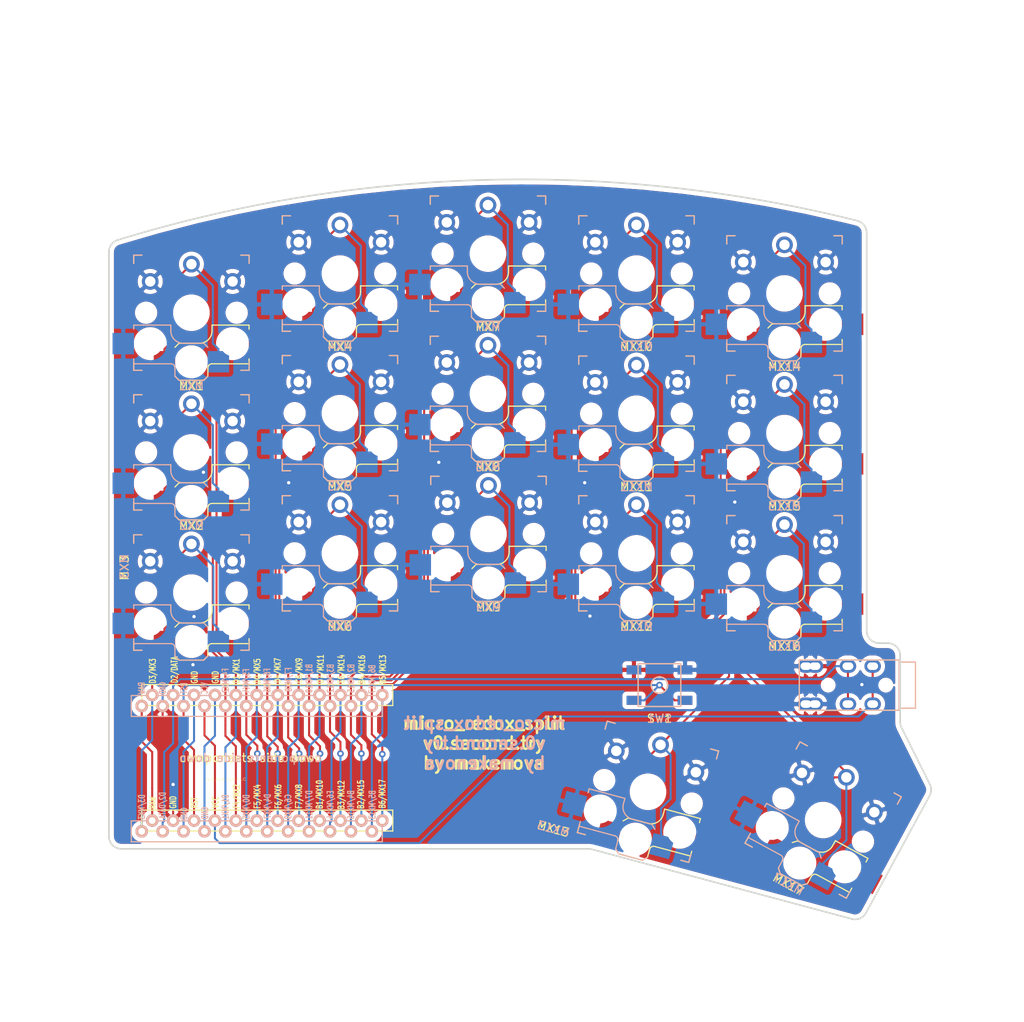
<source format=kicad_pcb>
(kicad_pcb (version 20171130) (host pcbnew "(5.1.9-0-10_14)")
  (layers (0 F.Cu signal) (31 B.Cu signal) (34 B.Paste user) (35 F.Paste user) (36 B.SilkS user) (37 F.SilkS user) (38 B.Mask user) (39 F.Mask user) (44 Edge.Cuts user))
  (net 0 "")
  (net 1 GND)
  (net 2 "Net-(SW1-Pad1)")
  (net 3 "Net-(U1-Pad24)")
  (net 4 +5V)
  (net 5 "Net-(U1-Pad4)")
  (net 6 "Net-(U1-Pad3)")
  (net 7 DATA0)
  (net 8 S1)
  (net 9 S2)
  (net 10 S3)
  (net 11 S4)
  (net 12 S5)
  (net 13 S6)
  (net 14 S7)
  (net 15 S8)
  (net 16 S9)
  (net 17 S10)
  (net 18 S11)
  (net 19 S12)
  (net 20 S13)
  (net 21 S14)
  (net 22 S15)
  (net 23 S16)
  (net 24 S17)
  (module kbd:ProMicro_v2-makenova-micro-redox (layer B.Cu) (at 48.5775 138.43 270)
    (fp_text reference U1 hide)
    (fp_text value ProMicro hide)
    (fp_text user "" (at -0.5 17.25 270) (layer B.SilkS) (effects (justify mirror)))
    (fp_text user "" (at -1.2065 16.256 270) (layer F.SilkS))
    (fp_text user RAW (at -9.7155 14.478 270) (layer B.SilkS) (effects (font (size 0.75 0.5) (thickness 0.125)) (justify mirror)))
    (fp_text user "D3/MX3  " (at 5.08 14.478 270) (layer B.SilkS) (effects (font (size 0.75 0.5) (thickness 0.125)) (justify mirror)))
    (fp_text user GND (at -9.7155 11.938 270) (layer B.SilkS) (effects (font (size 0.75 0.5) (thickness 0.125)) (justify mirror)))
    (fp_text user "D2/DATA   " (at 5.08 11.95 270) (layer B.SilkS) (effects (font (size 0.75 0.5) (thickness 0.125)) (justify mirror)))
    (fp_text user RST (at -9.7155 9.3345 270) (layer B.SilkS) (effects (font (size 0.75 0.5) (thickness 0.125)) (justify mirror)))
    (fp_text user GND (at 5.5245 9.3345 270) (layer B.SilkS) (effects (font (size 0.75 0.5) (thickness 0.125)) (justify mirror)))
    (fp_text user VCC (at -9.7155 6.858 270) (layer B.SilkS) (effects (font (size 0.75 0.5) (thickness 0.125)) (justify mirror)))
    (fp_text user GND (at 5.461 6.7945 270) (layer B.SilkS) (effects (font (size 0.75 0.5) (thickness 0.125)) (justify mirror)))
    (fp_text user "F7/MX8    " (at -10 -3.35 270) (layer B.SilkS) (effects (font (size 0.75 0.5) (thickness 0.125)) (justify mirror)))
    (fp_text user "D4/MX7   " (at 5.2 -0.8 270) (layer B.SilkS) (effects (font (size 0.75 0.5) (thickness 0.125)) (justify mirror)))
    (fp_text user "F6/MX6    " (at -9.9 -0.762 270) (layer B.SilkS) (effects (font (size 0.75 0.5) (thickness 0.125)) (justify mirror)))
    (fp_text user "D0/MX5    " (at 5.461 1.778 270) (layer B.SilkS) (effects (font (size 0.75 0.5) (thickness 0.125)) (justify mirror)))
    (fp_text user "F5/MX4    " (at -9.85 1.778 270) (layer B.SilkS) (effects (font (size 0.75 0.5) (thickness 0.125)) (justify mirror)))
    (fp_text user "D1/MX1    " (at 5.461 4.318 270) (layer B.SilkS) (effects (font (size 0.75 0.5) (thickness 0.125)) (justify mirror)))
    (fp_text user "F4/MX2    " (at -9.9 4.3 270) (layer B.SilkS) (effects (font (size 0.75 0.5) (thickness 0.125)) (justify mirror)))
    (fp_text user "B6/MX17    " (at -10.05 -13.5 270) (layer B.SilkS) (effects (font (size 0.75 0.5) (thickness 0.125)) (justify mirror)))
    (fp_text user "B5/MX13    " (at 5.2 -13.5255 270) (layer B.SilkS) (effects (font (size 0.75 0.5) (thickness 0.125)) (justify mirror)))
    (fp_text user "B4/MX16    " (at 5.2 -10.922 270) (layer B.SilkS) (effects (font (size 0.75 0.5) (thickness 0.125)) (justify mirror)))
    (fp_text user "B2/MX15     " (at -9.95 -10.95 270) (layer B.SilkS) (effects (font (size 0.75 0.5) (thickness 0.125)) (justify mirror)))
    (fp_text user "E6/MX14    " (at 5.2 -8.4455 270) (layer B.SilkS) (effects (font (size 0.75 0.5) (thickness 0.125)) (justify mirror)))
    (fp_text user "B3/MX12     " (at -9.95 -8.4455 270) (layer B.SilkS) (effects (font (size 0.75 0.5) (thickness 0.125)) (justify mirror)))
    (fp_text user "D7/MX11    " (at 5.2 -5.85 270) (layer B.SilkS) (effects (font (size 0.75 0.5) (thickness 0.125)) (justify mirror)))
    (fp_text user "B1/MX10     " (at -9.95 -5.85 270) (layer B.SilkS) (effects (font (size 0.75 0.5) (thickness 0.125)) (justify mirror)))
    (fp_text user "C6/MX9   " (at 5.25 -3.302 270) (layer B.SilkS) (effects (font (size 0.75 0.5) (thickness 0.125)) (justify mirror)))
    (fp_text user "   C6/MX9" (at -11.3 -4.6355 270) (layer F.SilkS) (effects (font (size 0.75 0.5) (thickness 0.125))))
    (fp_text user "    B1/MX10" (at 3.95 -7.112 270) (layer F.SilkS) (effects (font (size 0.75 0.5) (thickness 0.125))))
    (fp_text user "    D7/MX11" (at -11.3 -7.239 270) (layer F.SilkS) (effects (font (size 0.75 0.5) (thickness 0.125))))
    (fp_text user "    B3/MX12" (at 4 -9.75 270) (layer F.SilkS) (effects (font (size 0.75 0.5) (thickness 0.125))))
    (fp_text user "    E6/MX14" (at -11.3 -9.75 270) (layer F.SilkS) (effects (font (size 0.75 0.5) (thickness 0.125))))
    (fp_text user "       B2/MX15" (at 4.5085 -12.1285 270) (layer F.SilkS) (effects (font (size 0.75 0.5) (thickness 0.125))))
    (fp_text user "     B4/MX16" (at -11.049 -12.2555 270) (layer F.SilkS) (effects (font (size 0.75 0.5) (thickness 0.125))))
    (fp_text user "     B5/MX13" (at -11.049 -14.7955 270) (layer F.SilkS) (effects (font (size 0.75 0.5) (thickness 0.125))))
    (fp_text user "       B6/MX17" (at 4.445 -14.732 270) (layer F.SilkS) (effects (font (size 0.75 0.5) (thickness 0.125))))
    (fp_text user "   F4/MX2" (at 4 2.95 270) (layer F.SilkS) (effects (font (size 0.75 0.5) (thickness 0.125))))
    (fp_text user "    D1/MX1" (at -11.049 2.9845 270) (layer F.SilkS) (effects (font (size 0.75 0.5) (thickness 0.125))))
    (fp_text user "   F5/MX4" (at 4 0.4445 270) (layer F.SilkS) (effects (font (size 0.75 0.5) (thickness 0.125))))
    (fp_text user "    D0/MX5" (at -11.049 0.4445 270) (layer F.SilkS) (effects (font (size 0.75 0.5) (thickness 0.125))))
    (fp_text user "   F6/MX6" (at 4 -2.1 270) (layer F.SilkS) (effects (font (size 0.75 0.5) (thickness 0.125))))
    (fp_text user "   D4/MX7" (at -11.3 -2.032 270) (layer F.SilkS) (effects (font (size 0.75 0.5) (thickness 0.125))))
    (fp_text user "   F7/MX8" (at 4 -4.6 270) (layer F.SilkS) (effects (font (size 0.75 0.5) (thickness 0.125))))
    (fp_text user GND (at -11.049 5.5245 270) (layer F.SilkS) (effects (font (size 0.75 0.5) (thickness 0.125))))
    (fp_text user VCC (at 4.1275 5.5245 270) (layer F.SilkS) (effects (font (size 0.75 0.5) (thickness 0.125))))
    (fp_text user GND (at -11.049 8.0645 270) (layer F.SilkS) (effects (font (size 0.75 0.5) (thickness 0.125))))
    (fp_text user RST (at 4.191 8.0645 270) (layer F.SilkS) (effects (font (size 0.75 0.5) (thickness 0.125))))
    (fp_text user "    D2/DATA" (at -11.2 10.5 270) (layer F.SilkS) (effects (font (size 0.75 0.5) (thickness 0.125))))
    (fp_text user GND (at 4.1275 10.668 270) (layer F.SilkS) (effects (font (size 0.75 0.5) (thickness 0.125))))
    (fp_text user "    D3/MX3" (at -11.049 13.1445 270) (layer F.SilkS) (effects (font (size 0.75 0.5) (thickness 0.125))))
    (fp_text user RAW (at 4.191 13.1445 270) (layer F.SilkS) (effects (font (size 0.75 0.5) (thickness 0.125))))
    (fp_text user "components side down" (at -1.27 1.27 180) (layer B.SilkS) (effects (justify mirror)))
    (fp_text user "components side down" (at -1.27 1.27 180) (layer F.SilkS))
    (pad 24 thru_hole circle (at 6.35 13.208 270) (size 1.524 1.524) (drill 0.8128) (layers *.Cu *.Mask B.SilkS) (net 3 "Net-(U1-Pad24)"))
    (pad 23 thru_hole circle (at 6.35 10.668 270) (size 1.524 1.524) (drill 0.8128) (layers *.Cu *.Mask B.SilkS) (net 1 GND))
    (pad 22 thru_hole circle (at 6.35 8.128 270) (size 1.524 1.524) (drill 0.8128) (layers *.Cu *.Mask B.SilkS) (net 2 "Net-(SW1-Pad1)"))
    (pad 21 thru_hole circle (at 6.35 5.588 270) (size 1.524 1.524) (drill 0.8128) (layers *.Cu *.Mask B.SilkS) (net 4 +5V))
    (pad 20 thru_hole circle (at 6.35 3.048 270) (size 1.524 1.524) (drill 0.8128) (layers *.Cu *.Mask B.SilkS) (net 9 S2))
    (pad 19 thru_hole circle (at 6.35 0.508 270) (size 1.524 1.524) (drill 0.8128) (layers *.Cu *.Mask B.SilkS) (net 11 S4))
    (pad 18 thru_hole circle (at 6.35 -2.032 270) (size 1.524 1.524) (drill 0.8128) (layers *.Cu *.Mask B.SilkS) (net 13 S6))
    (pad 17 thru_hole circle (at 6.35 -4.572 270) (size 1.524 1.524) (drill 0.8128) (layers *.Cu *.Mask B.SilkS) (net 15 S8))
    (pad 16 thru_hole circle (at 6.35 -7.112 270) (size 1.524 1.524) (drill 0.8128) (layers *.Cu *.Mask B.SilkS) (net 17 S10))
    (pad 15 thru_hole circle (at 6.35 -9.652 270) (size 1.524 1.524) (drill 0.8128) (layers *.Cu *.Mask B.SilkS) (net 19 S12))
    (pad 14 thru_hole circle (at 6.35 -12.192 270) (size 1.524 1.524) (drill 0.8128) (layers *.Cu *.Mask B.SilkS) (net 22 S15))
    (pad 13 thru_hole circle (at 6.35 -14.732 270) (size 1.524 1.524) (drill 0.8128) (layers *.Cu *.Mask B.SilkS) (net 24 S17))
    (pad 12 thru_hole circle (at -8.89 -14.732 270) (size 1.524 1.524) (drill 0.8128) (layers *.Cu *.Mask B.SilkS) (net 20 S13))
    (pad 11 thru_hole circle (at -8.89 -12.192 270) (size 1.524 1.524) (drill 0.8128) (layers *.Cu *.Mask B.SilkS) (net 23 S16))
    (pad 10 thru_hole circle (at -8.89 -9.652 270) (size 1.524 1.524) (drill 0.8128) (layers *.Cu *.Mask B.SilkS) (net 21 S14))
    (pad 9 thru_hole circle (at -8.89 -7.112 270) (size 1.524 1.524) (drill 0.8128) (layers *.Cu *.Mask B.SilkS) (net 18 S11))
    (pad 8 thru_hole circle (at -8.89 -4.572 270) (size 1.524 1.524) (drill 0.8128) (layers *.Cu *.Mask B.SilkS) (net 16 S9))
    (pad 7 thru_hole circle (at -8.89 -2.032 270) (size 1.524 1.524) (drill 0.8128) (layers *.Cu *.Mask B.SilkS) (net 14 S7))
    (pad 6 thru_hole circle (at -8.89 0.508 270) (size 1.524 1.524) (drill 0.8128) (layers *.Cu *.Mask B.SilkS) (net 12 S5))
    (pad 5 thru_hole circle (at -8.89 3.048 270) (size 1.524 1.524) (drill 0.8128) (layers *.Cu *.Mask B.SilkS) (net 8 S1))
    (pad 4 thru_hole circle (at -8.89 5.588 270) (size 1.524 1.524) (drill 0.8128) (layers *.Cu *.Mask B.SilkS) (net 5 "Net-(U1-Pad4)"))
    (pad 3 thru_hole circle (at -8.89 8.128 270) (size 1.524 1.524) (drill 0.8128) (layers *.Cu *.Mask B.SilkS) (net 6 "Net-(U1-Pad3)"))
    (pad 2 thru_hole circle (at -8.89 10.668 270) (size 1.524 1.524) (drill 0.8128) (layers *.Cu *.Mask B.SilkS) (net 7 DATA0))
    (pad 1 thru_hole circle (at -8.89 13.208 270) (size 1.524 1.524) (drill 0.8128) (layers *.Cu *.Mask B.SilkS) (net 10 S3))
    (pad 1 thru_hole circle (at 7.6564 14.478 270) (size 1.524 1.524) (drill 0.8128) (layers *.Cu *.Mask B.SilkS) (net 10 S3))
    (pad 2 thru_hole circle (at 7.6564 11.938 270) (size 1.524 1.524) (drill 0.8128) (layers *.Cu *.Mask B.SilkS) (net 7 DATA0))
    (pad 3 thru_hole circle (at 7.6564 9.398 270) (size 1.524 1.524) (drill 0.8128) (layers *.Cu *.Mask B.SilkS) (net 6 "Net-(U1-Pad3)"))
    (pad 4 thru_hole circle (at 7.6564 6.858 270) (size 1.524 1.524) (drill 0.8128) (layers *.Cu *.Mask B.SilkS) (net 5 "Net-(U1-Pad4)"))
    (pad 5 thru_hole circle (at 7.6564 4.318 270) (size 1.524 1.524) (drill 0.8128) (layers *.Cu *.Mask B.SilkS) (net 8 S1))
    (pad 6 thru_hole circle (at 7.6564 1.778 270) (size 1.524 1.524) (drill 0.8128) (layers *.Cu *.Mask B.SilkS) (net 12 S5))
    (pad 7 thru_hole circle (at 7.6564 -0.762 270) (size 1.524 1.524) (drill 0.8128) (layers *.Cu *.Mask B.SilkS) (net 14 S7))
    (pad 8 thru_hole circle (at 7.6564 -3.302 270) (size 1.524 1.524) (drill 0.8128) (layers *.Cu *.Mask B.SilkS) (net 16 S9))
    (pad 9 thru_hole circle (at 7.6564 -5.842 270) (size 1.524 1.524) (drill 0.8128) (layers *.Cu *.Mask B.SilkS) (net 18 S11))
    (pad 10 thru_hole circle (at 7.6564 -8.382 270) (size 1.524 1.524) (drill 0.8128) (layers *.Cu *.Mask B.SilkS) (net 21 S14))
    (pad 11 thru_hole circle (at 7.6564 -10.922 270) (size 1.524 1.524) (drill 0.8128) (layers *.Cu *.Mask B.SilkS) (net 23 S16))
    (pad 12 thru_hole circle (at 7.6564 -13.462 270) (size 1.524 1.524) (drill 0.8128) (layers *.Cu *.Mask B.SilkS) (net 20 S13))
    (pad 13 thru_hole circle (at -7.5636 -13.462 270) (size 1.524 1.524) (drill 0.8128) (layers *.Cu *.Mask B.SilkS) (net 24 S17))
    (pad 14 thru_hole circle (at -7.5636 -10.922 270) (size 1.524 1.524) (drill 0.8128) (layers *.Cu *.Mask B.SilkS) (net 22 S15))
    (pad 15 thru_hole circle (at -7.5636 -8.382 270) (size 1.524 1.524) (drill 0.8128) (layers *.Cu *.Mask B.SilkS) (net 19 S12))
    (pad 16 thru_hole circle (at -7.5636 -5.842 270) (size 1.524 1.524) (drill 0.8128) (layers *.Cu *.Mask B.SilkS) (net 17 S10))
    (pad 17 thru_hole circle (at -7.5636 -3.302 270) (size 1.524 1.524) (drill 0.8128) (layers *.Cu *.Mask B.SilkS) (net 15 S8))
    (pad 18 thru_hole circle (at -7.5636 -0.762 270) (size 1.524 1.524) (drill 0.8128) (layers *.Cu *.Mask B.SilkS) (net 13 S6))
    (pad 19 thru_hole circle (at -7.5636 1.778 270) (size 1.524 1.524) (drill 0.8128) (layers *.Cu *.Mask B.SilkS) (net 11 S4))
    (pad 20 thru_hole circle (at -7.5636 4.318 270) (size 1.524 1.524) (drill 0.8128) (layers *.Cu *.Mask B.SilkS) (net 9 S2))
    (pad 21 thru_hole circle (at -7.5636 6.858 270) (size 1.524 1.524) (drill 0.8128) (layers *.Cu *.Mask B.SilkS) (net 4 +5V))
    (pad 22 thru_hole circle (at -7.5636 9.398 270) (size 1.524 1.524) (drill 0.8128) (layers *.Cu *.Mask B.SilkS) (net 2 "Net-(SW1-Pad1)"))
    (pad 23 thru_hole circle (at -7.5636 11.938 270) (size 1.524 1.524) (drill 0.8128) (layers *.Cu *.Mask B.SilkS) (net 1 GND))
    (pad 24 thru_hole circle (at -7.5636 14.478 270) (size 1.524 1.524) (drill 0.8128) (layers *.Cu *.Mask B.SilkS) (net 3 "Net-(U1-Pad24)"))
  )
  (module random-keyboard-parts:SKQG-1155865-makenova-reversible (layer F.Cu) (at 96.9645 128.3335)
    (fp_text reference SW1 (at 0 4.064) (layer F.SilkS))
    (fp_text value SW_SPST)
    (fp_text user SW1 (at 0 4.064 180) (layer B.SilkS) (effects (justify mirror)))
    (pad 1 smd rect (at -3.1 1.85 180) (size 1.8 1.1) (layers B.Cu B.Paste B.Mask) (net 2 "Net-(SW1-Pad1)"))
    (pad 2 smd rect (at 3.1 -1.85 180) (size 1.8 1.1) (layers B.Cu B.Paste B.Mask) (net 1 GND))
    (pad 3 smd rect (at -3.1 -1.85 180) (size 1.8 1.1) (layers B.Cu B.Paste B.Mask))
    (pad 4 smd rect (at 3.1 1.85 180) (size 1.8 1.1) (layers B.Cu B.Paste B.Mask))
    (pad 4 smd rect (at -3.1 1.85) (size 1.8 1.1) (layers F.Cu F.Paste F.Mask))
    (pad 3 smd rect (at 3.1 -1.85) (size 1.8 1.1) (layers F.Cu F.Paste F.Mask))
    (pad 2 smd rect (at -3.1 -1.85) (size 1.8 1.1) (layers F.Cu F.Paste F.Mask) (net 1 GND))
    (pad 1 smd rect (at 3.1 1.85) (size 1.8 1.1) (layers F.Cu F.Paste F.Mask) (net 2 "Net-(SW1-Pad1)"))
  )
  (module Keebio-Parts:TRRS-PJ-320A-no-Fmask-makenova-reversible (layer F.Cu) (at 126.0475 128.3335 270)
    (fp_text reference U2)
    (fp_text value TRRS)
    (pad 2 thru_hole oval (at -2.3 10.2 90) (size 1.6 2) (drill oval 0.9 1.3) (layers *.Cu F.Mask) (net 1 GND))
    (pad 1 thru_hole oval (at 2.3 11.3 90) (size 1 1.4) (drill oval 0.9 1.3) (layers *.Cu B.Mask) (net 1 GND))
    (pad 1 thru_hole oval (at 2.3 11.3 90) (size 1.6 2) (drill oval 0.9 1.3) (layers *.Cu F.Mask) (net 1 GND))
    (pad 2 thru_hole oval (at -2.3 10.2 90) (size 1 1.4) (drill oval 0.9 1.3) (layers *.Cu B.Mask) (net 1 GND))
    (pad 3 thru_hole oval (at -2.3 6.2 90) (size 1 1.4) (drill oval 0.9 1.3) (layers *.Cu B.Mask) (net 7 DATA0))
    (pad 4 thru_hole oval (at -2.3 3.2 90) (size 1 1.4) (drill oval 0.9 1.3) (layers *.Cu B.Mask) (net 4 +5V))
    (pad 3 thru_hole oval (at -2.3 6.2 90) (size 1.6 2) (drill oval 0.9 1.3) (layers *.Cu F.Mask) (net 7 DATA0))
    (pad "" np_thru_hole circle (at 0 1.6 90) (size 0.8 0.8) (drill 0.8) (layers *.Cu *.Mask))
    (pad "" np_thru_hole circle (at 0 8.6 90) (size 0.8 0.8) (drill 0.8) (layers *.Cu *.Mask))
    (pad 4 thru_hole oval (at -2.3 3.2 90) (size 1.6 2) (drill oval 0.9 1.3) (layers *.Cu F.Mask) (net 4 +5V))
    (pad 1 thru_hole oval (at -2.3 11.3 270) (size 1 1.4) (drill oval 0.9 1.3) (layers *.Cu F.Mask) (net 1 GND))
    (pad 2 thru_hole oval (at 2.3 10.2 270) (size 1 1.4) (drill oval 0.9 1.3) (layers *.Cu F.Mask) (net 1 GND))
    (pad 3 thru_hole oval (at 2.3 6.2 270) (size 1 1.4) (drill oval 0.9 1.3) (layers *.Cu F.Mask) (net 7 DATA0))
    (pad 4 thru_hole oval (at 2.3 3.2 270) (size 1 1.4) (drill oval 0.9 1.3) (layers *.Cu F.Mask) (net 4 +5V))
    (pad 3 thru_hole oval (at 2.3 6.2 270) (size 1.6 2) (drill oval 0.9 1.3) (layers *.Cu B.Mask) (net 7 DATA0))
    (pad "" np_thru_hole circle (at 0 1.6 270) (size 0.8 0.8) (drill 0.8) (layers *.Cu *.Mask))
    (pad "" np_thru_hole circle (at 0 8.6 270) (size 0.8 0.8) (drill 0.8) (layers *.Cu *.Mask))
    (pad 4 thru_hole oval (at 2.3 3.2 270) (size 1.6 2) (drill oval 0.9 1.3) (layers *.Cu B.Mask) (net 4 +5V))
    (pad 2 thru_hole oval (at 2.3 10.2 270) (size 1.6 2) (drill oval 0.9 1.3) (layers *.Cu B.Mask) (net 1 GND))
    (pad 1 thru_hole oval (at -2.3 11.3 270) (size 1.6 2) (drill oval 0.9 1.3) (layers *.Cu B.Mask) (net 1 GND))
  )
  (module keyswitches:Kailh_socket_PG1350_optional_reversible (layer F.Cu) (at 116.84 144.7165 151.5)
    (fp_text reference MX17 (at 0 -8.89 151.5) (layer F.SilkS))
    (fp_text value MX-NoLED)
    (fp_text user %R (at 0 -8.89 151.5) (layer B.SilkS) (effects (justify mirror)))
    (pad 2 thru_hole circle (at -5 3.8 151.5) (size 2.032 2.032) (drill 1.27) (layers *.Cu *.Mask) (net 1 GND))
    (pad 2 smd rect (at 8.275 -3.75 151.5) (size 2.6 2.6) (layers B.Cu B.Paste B.Mask) (net 1 GND))
    (pad 1 smd rect (at -3.275 -5.95 151.5) (size 2.6 2.6) (layers B.Cu B.Paste B.Mask) (net 24 S17))
    (pad "" np_thru_hole circle (at 5 -3.75 151.5) (size 3 3) (drill 3) (layers *.Cu *.Mask))
    (pad 2 smd rect (at -8.275 -3.75 151.5) (size 2.6 2.6) (layers F.Cu F.Paste F.Mask) (net 1 GND))
    (pad "" np_thru_hole circle (at 0 -5.95 151.5) (size 3 3) (drill 3) (layers *.Cu *.Mask))
    (pad 1 thru_hole circle (at 0 5.9 151.5) (size 2.032 2.032) (drill 1.27) (layers *.Cu *.Mask) (net 24 S17))
    (pad 2 thru_hole circle (at 5 3.8 151.5) (size 2.032 2.032) (drill 1.27) (layers *.Cu *.Mask) (net 1 GND))
    (pad "" np_thru_hole circle (at 0 0 151.5) (size 3.429 3.429) (drill 3.429) (layers *.Cu *.Mask))
    (pad "" np_thru_hole circle (at -5 -3.75 151.5) (size 3 3) (drill 3) (layers *.Cu *.Mask))
    (pad 1 smd rect (at 3.275 -5.95 151.5) (size 2.6 2.6) (layers F.Cu F.Paste F.Mask) (net 24 S17))
    (pad "" np_thru_hole circle (at 5.5 0 151.5) (size 1.7018 1.7018) (drill 1.7018) (layers *.Cu *.Mask))
    (pad "" np_thru_hole circle (at -5.5 0 151.5) (size 1.7018 1.7018) (drill 1.7018) (layers *.Cu *.Mask))
  )
  (module keyswitches:Kailh_socket_PG1350_optional_reversible (layer F.Cu) (at 112.141 114.7445 180)
    (fp_text reference MX16 (at 0 -8.89) (layer F.SilkS))
    (fp_text value MX-NoLED)
    (fp_text user %R (at 0 -8.89) (layer B.SilkS) (effects (justify mirror)))
    (pad 2 thru_hole circle (at -5 3.8 180) (size 2.032 2.032) (drill 1.27) (layers *.Cu *.Mask) (net 1 GND))
    (pad 2 smd rect (at 8.275 -3.75 180) (size 2.6 2.6) (layers B.Cu B.Paste B.Mask) (net 1 GND))
    (pad 1 smd rect (at -3.275 -5.95 180) (size 2.6 2.6) (layers B.Cu B.Paste B.Mask) (net 23 S16))
    (pad "" np_thru_hole circle (at 5 -3.75 180) (size 3 3) (drill 3) (layers *.Cu *.Mask))
    (pad 2 smd rect (at -8.275 -3.75 180) (size 2.6 2.6) (layers F.Cu F.Paste F.Mask) (net 1 GND))
    (pad "" np_thru_hole circle (at 0 -5.95 180) (size 3 3) (drill 3) (layers *.Cu *.Mask))
    (pad 1 thru_hole circle (at 0 5.9 180) (size 2.032 2.032) (drill 1.27) (layers *.Cu *.Mask) (net 23 S16))
    (pad 2 thru_hole circle (at 5 3.8 180) (size 2.032 2.032) (drill 1.27) (layers *.Cu *.Mask) (net 1 GND))
    (pad "" np_thru_hole circle (at 0 0 180) (size 3.429 3.429) (drill 3.429) (layers *.Cu *.Mask))
    (pad "" np_thru_hole circle (at -5 -3.75 180) (size 3 3) (drill 3) (layers *.Cu *.Mask))
    (pad 1 smd rect (at 3.275 -5.95 180) (size 2.6 2.6) (layers F.Cu F.Paste F.Mask) (net 23 S16))
    (pad "" np_thru_hole circle (at 5.5 0 180) (size 1.7018 1.7018) (drill 1.7018) (layers *.Cu *.Mask))
    (pad "" np_thru_hole circle (at -5.5 0 180) (size 1.7018 1.7018) (drill 1.7018) (layers *.Cu *.Mask))
  )
  (module keyswitches:Kailh_socket_PG1350_optional_reversible (layer F.Cu) (at 112.141 97.7265 180)
    (fp_text reference MX15 (at 0 -8.89) (layer F.SilkS))
    (fp_text value MX-NoLED)
    (fp_text user %R (at 0 -8.89) (layer B.SilkS) (effects (justify mirror)))
    (pad 2 thru_hole circle (at -5 3.8 180) (size 2.032 2.032) (drill 1.27) (layers *.Cu *.Mask) (net 1 GND))
    (pad 2 smd rect (at 8.275 -3.75 180) (size 2.6 2.6) (layers B.Cu B.Paste B.Mask) (net 1 GND))
    (pad 1 smd rect (at -3.275 -5.95 180) (size 2.6 2.6) (layers B.Cu B.Paste B.Mask) (net 22 S15))
    (pad "" np_thru_hole circle (at 5 -3.75 180) (size 3 3) (drill 3) (layers *.Cu *.Mask))
    (pad 2 smd rect (at -8.275 -3.75 180) (size 2.6 2.6) (layers F.Cu F.Paste F.Mask) (net 1 GND))
    (pad "" np_thru_hole circle (at 0 -5.95 180) (size 3 3) (drill 3) (layers *.Cu *.Mask))
    (pad 1 thru_hole circle (at 0 5.9 180) (size 2.032 2.032) (drill 1.27) (layers *.Cu *.Mask) (net 22 S15))
    (pad 2 thru_hole circle (at 5 3.8 180) (size 2.032 2.032) (drill 1.27) (layers *.Cu *.Mask) (net 1 GND))
    (pad "" np_thru_hole circle (at 0 0 180) (size 3.429 3.429) (drill 3.429) (layers *.Cu *.Mask))
    (pad "" np_thru_hole circle (at -5 -3.75 180) (size 3 3) (drill 3) (layers *.Cu *.Mask))
    (pad 1 smd rect (at 3.275 -5.95 180) (size 2.6 2.6) (layers F.Cu F.Paste F.Mask) (net 22 S15))
    (pad "" np_thru_hole circle (at 5.5 0 180) (size 1.7018 1.7018) (drill 1.7018) (layers *.Cu *.Mask))
    (pad "" np_thru_hole circle (at -5.5 0 180) (size 1.7018 1.7018) (drill 1.7018) (layers *.Cu *.Mask))
  )
  (module keyswitches:Kailh_socket_PG1350_optional_reversible (layer F.Cu) (at 112.141 80.772 180)
    (fp_text reference MX14 (at 0 -8.89) (layer F.SilkS))
    (fp_text value MX-NoLED)
    (fp_text user %R (at 0 -8.89) (layer B.SilkS) (effects (justify mirror)))
    (pad 2 thru_hole circle (at -5 3.8 180) (size 2.032 2.032) (drill 1.27) (layers *.Cu *.Mask) (net 1 GND))
    (pad 2 smd rect (at 8.275 -3.75 180) (size 2.6 2.6) (layers B.Cu B.Paste B.Mask) (net 1 GND))
    (pad 1 smd rect (at -3.275 -5.95 180) (size 2.6 2.6) (layers B.Cu B.Paste B.Mask) (net 21 S14))
    (pad "" np_thru_hole circle (at 5 -3.75 180) (size 3 3) (drill 3) (layers *.Cu *.Mask))
    (pad 2 smd rect (at -8.275 -3.75 180) (size 2.6 2.6) (layers F.Cu F.Paste F.Mask) (net 1 GND))
    (pad "" np_thru_hole circle (at 0 -5.95 180) (size 3 3) (drill 3) (layers *.Cu *.Mask))
    (pad 1 thru_hole circle (at 0 5.9 180) (size 2.032 2.032) (drill 1.27) (layers *.Cu *.Mask) (net 21 S14))
    (pad 2 thru_hole circle (at 5 3.8 180) (size 2.032 2.032) (drill 1.27) (layers *.Cu *.Mask) (net 1 GND))
    (pad "" np_thru_hole circle (at 0 0 180) (size 3.429 3.429) (drill 3.429) (layers *.Cu *.Mask))
    (pad "" np_thru_hole circle (at -5 -3.75 180) (size 3 3) (drill 3) (layers *.Cu *.Mask))
    (pad 1 smd rect (at 3.275 -5.95 180) (size 2.6 2.6) (layers F.Cu F.Paste F.Mask) (net 21 S14))
    (pad "" np_thru_hole circle (at 5.5 0 180) (size 1.7018 1.7018) (drill 1.7018) (layers *.Cu *.Mask))
    (pad "" np_thru_hole circle (at -5.5 0 180) (size 1.7018 1.7018) (drill 1.7018) (layers *.Cu *.Mask))
  )
  (module keyswitches:Kailh_socket_PG1350_optional_reversible (layer F.Cu) (at 95.5675 141.2875 165)
    (fp_text reference MX13 (at 9.934983 -7.329613 165) (layer F.SilkS))
    (fp_text value MX-NoLED)
    (fp_text user %R (at 9.934983 -7.329613 165) (layer B.SilkS) (effects (justify mirror)))
    (pad 2 thru_hole circle (at -5 3.8 165) (size 2.032 2.032) (drill 1.27) (layers *.Cu *.Mask) (net 1 GND))
    (pad 2 smd rect (at 8.275 -3.75 165) (size 2.6 2.6) (layers B.Cu B.Paste B.Mask) (net 1 GND))
    (pad 1 smd rect (at -3.275 -5.95 165) (size 2.6 2.6) (layers B.Cu B.Paste B.Mask) (net 20 S13))
    (pad "" np_thru_hole circle (at 5 -3.75 165) (size 3 3) (drill 3) (layers *.Cu *.Mask))
    (pad 2 smd rect (at -8.275 -3.75 165) (size 2.6 2.6) (layers F.Cu F.Paste F.Mask) (net 1 GND))
    (pad "" np_thru_hole circle (at 0 -5.95 165) (size 3 3) (drill 3) (layers *.Cu *.Mask))
    (pad 1 thru_hole circle (at 0 5.9 165) (size 2.032 2.032) (drill 1.27) (layers *.Cu *.Mask) (net 20 S13))
    (pad 2 thru_hole circle (at 5 3.8 165) (size 2.032 2.032) (drill 1.27) (layers *.Cu *.Mask) (net 1 GND))
    (pad "" np_thru_hole circle (at 0 0 165) (size 3.429 3.429) (drill 3.429) (layers *.Cu *.Mask))
    (pad "" np_thru_hole circle (at -5 -3.75 165) (size 3 3) (drill 3) (layers *.Cu *.Mask))
    (pad 1 smd rect (at 3.275 -5.95 165) (size 2.6 2.6) (layers F.Cu F.Paste F.Mask) (net 20 S13))
    (pad "" np_thru_hole circle (at 5.5 0 165) (size 1.7018 1.7018) (drill 1.7018) (layers *.Cu *.Mask))
    (pad "" np_thru_hole circle (at -5.5 0 165) (size 1.7018 1.7018) (drill 1.7018) (layers *.Cu *.Mask))
  )
  (module keyswitches:Kailh_socket_PG1350_optional_reversible (layer F.Cu) (at 94.1705 112.3315 180)
    (fp_text reference MX12 (at 0 -8.89) (layer F.SilkS))
    (fp_text value MX-NoLED)
    (fp_text user %R (at 0 -8.89) (layer B.SilkS) (effects (justify mirror)))
    (pad 2 thru_hole circle (at -5 3.8 180) (size 2.032 2.032) (drill 1.27) (layers *.Cu *.Mask) (net 1 GND))
    (pad 2 smd rect (at 8.275 -3.75 180) (size 2.6 2.6) (layers B.Cu B.Paste B.Mask) (net 1 GND))
    (pad 1 smd rect (at -3.275 -5.95 180) (size 2.6 2.6) (layers B.Cu B.Paste B.Mask) (net 19 S12))
    (pad "" np_thru_hole circle (at 5 -3.75 180) (size 3 3) (drill 3) (layers *.Cu *.Mask))
    (pad 2 smd rect (at -8.275 -3.75 180) (size 2.6 2.6) (layers F.Cu F.Paste F.Mask) (net 1 GND))
    (pad "" np_thru_hole circle (at 0 -5.95 180) (size 3 3) (drill 3) (layers *.Cu *.Mask))
    (pad 1 thru_hole circle (at 0 5.9 180) (size 2.032 2.032) (drill 1.27) (layers *.Cu *.Mask) (net 19 S12))
    (pad 2 thru_hole circle (at 5 3.8 180) (size 2.032 2.032) (drill 1.27) (layers *.Cu *.Mask) (net 1 GND))
    (pad "" np_thru_hole circle (at 0 0 180) (size 3.429 3.429) (drill 3.429) (layers *.Cu *.Mask))
    (pad "" np_thru_hole circle (at -5 -3.75 180) (size 3 3) (drill 3) (layers *.Cu *.Mask))
    (pad 1 smd rect (at 3.275 -5.95 180) (size 2.6 2.6) (layers F.Cu F.Paste F.Mask) (net 19 S12))
    (pad "" np_thru_hole circle (at 5.5 0 180) (size 1.7018 1.7018) (drill 1.7018) (layers *.Cu *.Mask))
    (pad "" np_thru_hole circle (at -5.5 0 180) (size 1.7018 1.7018) (drill 1.7018) (layers *.Cu *.Mask))
  )
  (module keyswitches:Kailh_socket_PG1350_optional_reversible (layer F.Cu) (at 94.1705 95.377 180)
    (fp_text reference MX11 (at 0 -8.89) (layer F.SilkS))
    (fp_text value MX-NoLED)
    (fp_text user %R (at 0 -8.89) (layer B.SilkS) (effects (justify mirror)))
    (pad 2 thru_hole circle (at -5 3.8 180) (size 2.032 2.032) (drill 1.27) (layers *.Cu *.Mask) (net 1 GND))
    (pad 2 smd rect (at 8.275 -3.75 180) (size 2.6 2.6) (layers B.Cu B.Paste B.Mask) (net 1 GND))
    (pad 1 smd rect (at -3.275 -5.95 180) (size 2.6 2.6) (layers B.Cu B.Paste B.Mask) (net 18 S11))
    (pad "" np_thru_hole circle (at 5 -3.75 180) (size 3 3) (drill 3) (layers *.Cu *.Mask))
    (pad 2 smd rect (at -8.275 -3.75 180) (size 2.6 2.6) (layers F.Cu F.Paste F.Mask) (net 1 GND))
    (pad "" np_thru_hole circle (at 0 -5.95 180) (size 3 3) (drill 3) (layers *.Cu *.Mask))
    (pad 1 thru_hole circle (at 0 5.9 180) (size 2.032 2.032) (drill 1.27) (layers *.Cu *.Mask) (net 18 S11))
    (pad 2 thru_hole circle (at 5 3.8 180) (size 2.032 2.032) (drill 1.27) (layers *.Cu *.Mask) (net 1 GND))
    (pad "" np_thru_hole circle (at 0 0 180) (size 3.429 3.429) (drill 3.429) (layers *.Cu *.Mask))
    (pad "" np_thru_hole circle (at -5 -3.75 180) (size 3 3) (drill 3) (layers *.Cu *.Mask))
    (pad 1 smd rect (at 3.275 -5.95 180) (size 2.6 2.6) (layers F.Cu F.Paste F.Mask) (net 18 S11))
    (pad "" np_thru_hole circle (at 5.5 0 180) (size 1.7018 1.7018) (drill 1.7018) (layers *.Cu *.Mask))
    (pad "" np_thru_hole circle (at -5.5 0 180) (size 1.7018 1.7018) (drill 1.7018) (layers *.Cu *.Mask))
  )
  (module keyswitches:Kailh_socket_PG1350_optional_reversible (layer F.Cu) (at 94.1705 78.359 180)
    (fp_text reference MX10 (at 0 -8.89) (layer F.SilkS))
    (fp_text value MX-NoLED)
    (fp_text user %R (at 0 -8.89) (layer B.SilkS) (effects (justify mirror)))
    (pad 2 thru_hole circle (at -5 3.8 180) (size 2.032 2.032) (drill 1.27) (layers *.Cu *.Mask) (net 1 GND))
    (pad 2 smd rect (at 8.275 -3.75 180) (size 2.6 2.6) (layers B.Cu B.Paste B.Mask) (net 1 GND))
    (pad 1 smd rect (at -3.275 -5.95 180) (size 2.6 2.6) (layers B.Cu B.Paste B.Mask) (net 17 S10))
    (pad "" np_thru_hole circle (at 5 -3.75 180) (size 3 3) (drill 3) (layers *.Cu *.Mask))
    (pad 2 smd rect (at -8.275 -3.75 180) (size 2.6 2.6) (layers F.Cu F.Paste F.Mask) (net 1 GND))
    (pad "" np_thru_hole circle (at 0 -5.95 180) (size 3 3) (drill 3) (layers *.Cu *.Mask))
    (pad 1 thru_hole circle (at 0 5.9 180) (size 2.032 2.032) (drill 1.27) (layers *.Cu *.Mask) (net 17 S10))
    (pad 2 thru_hole circle (at 5 3.8 180) (size 2.032 2.032) (drill 1.27) (layers *.Cu *.Mask) (net 1 GND))
    (pad "" np_thru_hole circle (at 0 0 180) (size 3.429 3.429) (drill 3.429) (layers *.Cu *.Mask))
    (pad "" np_thru_hole circle (at -5 -3.75 180) (size 3 3) (drill 3) (layers *.Cu *.Mask))
    (pad 1 smd rect (at 3.275 -5.95 180) (size 2.6 2.6) (layers F.Cu F.Paste F.Mask) (net 17 S10))
    (pad "" np_thru_hole circle (at 5.5 0 180) (size 1.7018 1.7018) (drill 1.7018) (layers *.Cu *.Mask))
    (pad "" np_thru_hole circle (at -5.5 0 180) (size 1.7018 1.7018) (drill 1.7018) (layers *.Cu *.Mask))
  )
  (module keyswitches:Kailh_socket_PG1350_optional_reversible (layer F.Cu) (at 76.2 109.982 180)
    (fp_text reference MX9 (at 0 -8.89) (layer F.SilkS))
    (fp_text value MX-NoLED)
    (fp_text user %R (at 0 -8.89) (layer B.SilkS) (effects (justify mirror)))
    (pad 2 thru_hole circle (at -5 3.8 180) (size 2.032 2.032) (drill 1.27) (layers *.Cu *.Mask) (net 1 GND))
    (pad 2 smd rect (at 8.275 -3.75 180) (size 2.6 2.6) (layers B.Cu B.Paste B.Mask) (net 1 GND))
    (pad 1 smd rect (at -3.275 -5.95 180) (size 2.6 2.6) (layers B.Cu B.Paste B.Mask) (net 16 S9))
    (pad "" np_thru_hole circle (at 5 -3.75 180) (size 3 3) (drill 3) (layers *.Cu *.Mask))
    (pad 2 smd rect (at -8.275 -3.75 180) (size 2.6 2.6) (layers F.Cu F.Paste F.Mask) (net 1 GND))
    (pad "" np_thru_hole circle (at 0 -5.95 180) (size 3 3) (drill 3) (layers *.Cu *.Mask))
    (pad 1 thru_hole circle (at 0 5.9 180) (size 2.032 2.032) (drill 1.27) (layers *.Cu *.Mask) (net 16 S9))
    (pad 2 thru_hole circle (at 5 3.8 180) (size 2.032 2.032) (drill 1.27) (layers *.Cu *.Mask) (net 1 GND))
    (pad "" np_thru_hole circle (at 0 0 180) (size 3.429 3.429) (drill 3.429) (layers *.Cu *.Mask))
    (pad "" np_thru_hole circle (at -5 -3.75 180) (size 3 3) (drill 3) (layers *.Cu *.Mask))
    (pad 1 smd rect (at 3.275 -5.95 180) (size 2.6 2.6) (layers F.Cu F.Paste F.Mask) (net 16 S9))
    (pad "" np_thru_hole circle (at 5.5 0 180) (size 1.7018 1.7018) (drill 1.7018) (layers *.Cu *.Mask))
    (pad "" np_thru_hole circle (at -5.5 0 180) (size 1.7018 1.7018) (drill 1.7018) (layers *.Cu *.Mask))
  )
  (module keyswitches:Kailh_socket_PG1350_optional_reversible (layer F.Cu) (at 76.1365 92.964 180)
    (fp_text reference MX8 (at 0 -8.89) (layer F.SilkS))
    (fp_text value MX-NoLED)
    (fp_text user %R (at 0 -8.89) (layer B.SilkS) (effects (justify mirror)))
    (pad 2 thru_hole circle (at -5 3.8 180) (size 2.032 2.032) (drill 1.27) (layers *.Cu *.Mask) (net 1 GND))
    (pad 2 smd rect (at 8.275 -3.75 180) (size 2.6 2.6) (layers B.Cu B.Paste B.Mask) (net 1 GND))
    (pad 1 smd rect (at -3.275 -5.95 180) (size 2.6 2.6) (layers B.Cu B.Paste B.Mask) (net 15 S8))
    (pad "" np_thru_hole circle (at 5 -3.75 180) (size 3 3) (drill 3) (layers *.Cu *.Mask))
    (pad 2 smd rect (at -8.275 -3.75 180) (size 2.6 2.6) (layers F.Cu F.Paste F.Mask) (net 1 GND))
    (pad "" np_thru_hole circle (at 0 -5.95 180) (size 3 3) (drill 3) (layers *.Cu *.Mask))
    (pad 1 thru_hole circle (at 0 5.9 180) (size 2.032 2.032) (drill 1.27) (layers *.Cu *.Mask) (net 15 S8))
    (pad 2 thru_hole circle (at 5 3.8 180) (size 2.032 2.032) (drill 1.27) (layers *.Cu *.Mask) (net 1 GND))
    (pad "" np_thru_hole circle (at 0 0 180) (size 3.429 3.429) (drill 3.429) (layers *.Cu *.Mask))
    (pad "" np_thru_hole circle (at -5 -3.75 180) (size 3 3) (drill 3) (layers *.Cu *.Mask))
    (pad 1 smd rect (at 3.275 -5.95 180) (size 2.6 2.6) (layers F.Cu F.Paste F.Mask) (net 15 S8))
    (pad "" np_thru_hole circle (at 5.5 0 180) (size 1.7018 1.7018) (drill 1.7018) (layers *.Cu *.Mask))
    (pad "" np_thru_hole circle (at -5.5 0 180) (size 1.7018 1.7018) (drill 1.7018) (layers *.Cu *.Mask))
  )
  (module keyswitches:Kailh_socket_PG1350_optional_reversible (layer F.Cu) (at 76.1365 75.946 180)
    (fp_text reference MX7 (at 0 -8.89) (layer F.SilkS))
    (fp_text value MX-NoLED)
    (fp_text user %R (at 0 -8.89) (layer B.SilkS) (effects (justify mirror)))
    (pad 2 thru_hole circle (at -5 3.8 180) (size 2.032 2.032) (drill 1.27) (layers *.Cu *.Mask) (net 1 GND))
    (pad 2 smd rect (at 8.275 -3.75 180) (size 2.6 2.6) (layers B.Cu B.Paste B.Mask) (net 1 GND))
    (pad 1 smd rect (at -3.275 -5.95 180) (size 2.6 2.6) (layers B.Cu B.Paste B.Mask) (net 14 S7))
    (pad "" np_thru_hole circle (at 5 -3.75 180) (size 3 3) (drill 3) (layers *.Cu *.Mask))
    (pad 2 smd rect (at -8.275 -3.75 180) (size 2.6 2.6) (layers F.Cu F.Paste F.Mask) (net 1 GND))
    (pad "" np_thru_hole circle (at 0 -5.95 180) (size 3 3) (drill 3) (layers *.Cu *.Mask))
    (pad 1 thru_hole circle (at 0 5.9 180) (size 2.032 2.032) (drill 1.27) (layers *.Cu *.Mask) (net 14 S7))
    (pad 2 thru_hole circle (at 5 3.8 180) (size 2.032 2.032) (drill 1.27) (layers *.Cu *.Mask) (net 1 GND))
    (pad "" np_thru_hole circle (at 0 0 180) (size 3.429 3.429) (drill 3.429) (layers *.Cu *.Mask))
    (pad "" np_thru_hole circle (at -5 -3.75 180) (size 3 3) (drill 3) (layers *.Cu *.Mask))
    (pad 1 smd rect (at 3.275 -5.95 180) (size 2.6 2.6) (layers F.Cu F.Paste F.Mask) (net 14 S7))
    (pad "" np_thru_hole circle (at 5.5 0 180) (size 1.7018 1.7018) (drill 1.7018) (layers *.Cu *.Mask))
    (pad "" np_thru_hole circle (at -5.5 0 180) (size 1.7018 1.7018) (drill 1.7018) (layers *.Cu *.Mask))
  )
  (module keyswitches:Kailh_socket_PG1350_optional_reversible (layer F.Cu) (at 58.166 112.3315 180)
    (fp_text reference MX6 (at 0 -8.89) (layer F.SilkS))
    (fp_text value MX-NoLED)
    (fp_text user %R (at 0 -8.89) (layer B.SilkS) (effects (justify mirror)))
    (pad 2 thru_hole circle (at -5 3.8 180) (size 2.032 2.032) (drill 1.27) (layers *.Cu *.Mask) (net 1 GND))
    (pad 2 smd rect (at 8.275 -3.75 180) (size 2.6 2.6) (layers B.Cu B.Paste B.Mask) (net 1 GND))
    (pad 1 smd rect (at -3.275 -5.95 180) (size 2.6 2.6) (layers B.Cu B.Paste B.Mask) (net 13 S6))
    (pad "" np_thru_hole circle (at 5 -3.75 180) (size 3 3) (drill 3) (layers *.Cu *.Mask))
    (pad 2 smd rect (at -8.275 -3.75 180) (size 2.6 2.6) (layers F.Cu F.Paste F.Mask) (net 1 GND))
    (pad "" np_thru_hole circle (at 0 -5.95 180) (size 3 3) (drill 3) (layers *.Cu *.Mask))
    (pad 1 thru_hole circle (at 0 5.9 180) (size 2.032 2.032) (drill 1.27) (layers *.Cu *.Mask) (net 13 S6))
    (pad 2 thru_hole circle (at 5 3.8 180) (size 2.032 2.032) (drill 1.27) (layers *.Cu *.Mask) (net 1 GND))
    (pad "" np_thru_hole circle (at 0 0 180) (size 3.429 3.429) (drill 3.429) (layers *.Cu *.Mask))
    (pad "" np_thru_hole circle (at -5 -3.75 180) (size 3 3) (drill 3) (layers *.Cu *.Mask))
    (pad 1 smd rect (at 3.275 -5.95 180) (size 2.6 2.6) (layers F.Cu F.Paste F.Mask) (net 13 S6))
    (pad "" np_thru_hole circle (at 5.5 0 180) (size 1.7018 1.7018) (drill 1.7018) (layers *.Cu *.Mask))
    (pad "" np_thru_hole circle (at -5.5 0 180) (size 1.7018 1.7018) (drill 1.7018) (layers *.Cu *.Mask))
  )
  (module keyswitches:Kailh_socket_PG1350_optional_reversible (layer F.Cu) (at 58.166 95.3135 180)
    (fp_text reference MX5 (at 0 -8.89) (layer F.SilkS))
    (fp_text value MX-NoLED)
    (fp_text user %R (at 0 -8.89) (layer B.SilkS) (effects (justify mirror)))
    (pad 2 thru_hole circle (at -5 3.8 180) (size 2.032 2.032) (drill 1.27) (layers *.Cu *.Mask) (net 1 GND))
    (pad 2 smd rect (at 8.275 -3.75 180) (size 2.6 2.6) (layers B.Cu B.Paste B.Mask) (net 1 GND))
    (pad 1 smd rect (at -3.275 -5.95 180) (size 2.6 2.6) (layers B.Cu B.Paste B.Mask) (net 12 S5))
    (pad "" np_thru_hole circle (at 5 -3.75 180) (size 3 3) (drill 3) (layers *.Cu *.Mask))
    (pad 2 smd rect (at -8.275 -3.75 180) (size 2.6 2.6) (layers F.Cu F.Paste F.Mask) (net 1 GND))
    (pad "" np_thru_hole circle (at 0 -5.95 180) (size 3 3) (drill 3) (layers *.Cu *.Mask))
    (pad 1 thru_hole circle (at 0 5.9 180) (size 2.032 2.032) (drill 1.27) (layers *.Cu *.Mask) (net 12 S5))
    (pad 2 thru_hole circle (at 5 3.8 180) (size 2.032 2.032) (drill 1.27) (layers *.Cu *.Mask) (net 1 GND))
    (pad "" np_thru_hole circle (at 0 0 180) (size 3.429 3.429) (drill 3.429) (layers *.Cu *.Mask))
    (pad "" np_thru_hole circle (at -5 -3.75 180) (size 3 3) (drill 3) (layers *.Cu *.Mask))
    (pad 1 smd rect (at 3.275 -5.95 180) (size 2.6 2.6) (layers F.Cu F.Paste F.Mask) (net 12 S5))
    (pad "" np_thru_hole circle (at 5.5 0 180) (size 1.7018 1.7018) (drill 1.7018) (layers *.Cu *.Mask))
    (pad "" np_thru_hole circle (at -5.5 0 180) (size 1.7018 1.7018) (drill 1.7018) (layers *.Cu *.Mask))
  )
  (module keyswitches:Kailh_socket_PG1350_optional_reversible (layer F.Cu) (at 58.166 78.359 180)
    (fp_text reference MX4 (at 0 -8.89) (layer F.SilkS))
    (fp_text value MX-NoLED)
    (fp_text user %R (at 0 -8.89) (layer B.SilkS) (effects (justify mirror)))
    (pad 2 thru_hole circle (at -5 3.8 180) (size 2.032 2.032) (drill 1.27) (layers *.Cu *.Mask) (net 1 GND))
    (pad 2 smd rect (at 8.275 -3.75 180) (size 2.6 2.6) (layers B.Cu B.Paste B.Mask) (net 1 GND))
    (pad 1 smd rect (at -3.275 -5.95 180) (size 2.6 2.6) (layers B.Cu B.Paste B.Mask) (net 11 S4))
    (pad "" np_thru_hole circle (at 5 -3.75 180) (size 3 3) (drill 3) (layers *.Cu *.Mask))
    (pad 2 smd rect (at -8.275 -3.75 180) (size 2.6 2.6) (layers F.Cu F.Paste F.Mask) (net 1 GND))
    (pad "" np_thru_hole circle (at 0 -5.95 180) (size 3 3) (drill 3) (layers *.Cu *.Mask))
    (pad 1 thru_hole circle (at 0 5.9 180) (size 2.032 2.032) (drill 1.27) (layers *.Cu *.Mask) (net 11 S4))
    (pad 2 thru_hole circle (at 5 3.8 180) (size 2.032 2.032) (drill 1.27) (layers *.Cu *.Mask) (net 1 GND))
    (pad "" np_thru_hole circle (at 0 0 180) (size 3.429 3.429) (drill 3.429) (layers *.Cu *.Mask))
    (pad "" np_thru_hole circle (at -5 -3.75 180) (size 3 3) (drill 3) (layers *.Cu *.Mask))
    (pad 1 smd rect (at 3.275 -5.95 180) (size 2.6 2.6) (layers F.Cu F.Paste F.Mask) (net 11 S4))
    (pad "" np_thru_hole circle (at 5.5 0 180) (size 1.7018 1.7018) (drill 1.7018) (layers *.Cu *.Mask))
    (pad "" np_thru_hole circle (at -5.5 0 180) (size 1.7018 1.7018) (drill 1.7018) (layers *.Cu *.Mask))
  )
  (module keyswitches:Kailh_socket_PG1350_optional_reversible (layer F.Cu) (at 40.132 117.094 180)
    (fp_text reference MX3 (at 8.128 2.9845 90) (layer F.SilkS))
    (fp_text value MX-NoLED)
    (fp_text user %R (at 8.128 3.175 90) (layer B.SilkS) (effects (justify mirror)))
    (pad 2 thru_hole circle (at -5 3.8 180) (size 2.032 2.032) (drill 1.27) (layers *.Cu *.Mask) (net 1 GND))
    (pad 2 smd rect (at 8.275 -3.75 180) (size 2.6 2.6) (layers B.Cu B.Paste B.Mask) (net 1 GND))
    (pad 1 smd rect (at -3.275 -5.95 180) (size 2.6 2.6) (layers B.Cu B.Paste B.Mask) (net 10 S3))
    (pad "" np_thru_hole circle (at 5 -3.75 180) (size 3 3) (drill 3) (layers *.Cu *.Mask))
    (pad 2 smd rect (at -8.275 -3.75 180) (size 2.6 2.6) (layers F.Cu F.Paste F.Mask) (net 1 GND))
    (pad "" np_thru_hole circle (at 0 -5.95 180) (size 3 3) (drill 3) (layers *.Cu *.Mask))
    (pad 1 thru_hole circle (at 0 5.9 180) (size 2.032 2.032) (drill 1.27) (layers *.Cu *.Mask) (net 10 S3))
    (pad 2 thru_hole circle (at 5 3.8 180) (size 2.032 2.032) (drill 1.27) (layers *.Cu *.Mask) (net 1 GND))
    (pad "" np_thru_hole circle (at 0 0 180) (size 3.429 3.429) (drill 3.429) (layers *.Cu *.Mask))
    (pad "" np_thru_hole circle (at -5 -3.75 180) (size 3 3) (drill 3) (layers *.Cu *.Mask))
    (pad 1 smd rect (at 3.275 -5.95 180) (size 2.6 2.6) (layers F.Cu F.Paste F.Mask) (net 10 S3))
    (pad "" np_thru_hole circle (at 5.5 0 180) (size 1.7018 1.7018) (drill 1.7018) (layers *.Cu *.Mask))
    (pad "" np_thru_hole circle (at -5.5 0 180) (size 1.7018 1.7018) (drill 1.7018) (layers *.Cu *.Mask))
  )
  (module keyswitches:Kailh_socket_PG1350_optional_reversible (layer F.Cu) (at 40.132 100.076 180)
    (fp_text reference MX2 (at 0 -8.89) (layer F.SilkS))
    (fp_text value MX-NoLED)
    (fp_text user %R (at 0 -8.89) (layer B.SilkS) (effects (justify mirror)))
    (pad 2 thru_hole circle (at -5 3.8 180) (size 2.032 2.032) (drill 1.27) (layers *.Cu *.Mask) (net 1 GND))
    (pad 2 smd rect (at 8.275 -3.75 180) (size 2.6 2.6) (layers B.Cu B.Paste B.Mask) (net 1 GND))
    (pad 1 smd rect (at -3.275 -5.95 180) (size 2.6 2.6) (layers B.Cu B.Paste B.Mask) (net 9 S2))
    (pad "" np_thru_hole circle (at 5 -3.75 180) (size 3 3) (drill 3) (layers *.Cu *.Mask))
    (pad 2 smd rect (at -8.275 -3.75 180) (size 2.6 2.6) (layers F.Cu F.Paste F.Mask) (net 1 GND))
    (pad "" np_thru_hole circle (at 0 -5.95 180) (size 3 3) (drill 3) (layers *.Cu *.Mask))
    (pad 1 thru_hole circle (at 0 5.9 180) (size 2.032 2.032) (drill 1.27) (layers *.Cu *.Mask) (net 9 S2))
    (pad 2 thru_hole circle (at 5 3.8 180) (size 2.032 2.032) (drill 1.27) (layers *.Cu *.Mask) (net 1 GND))
    (pad "" np_thru_hole circle (at 0 0 180) (size 3.429 3.429) (drill 3.429) (layers *.Cu *.Mask))
    (pad "" np_thru_hole circle (at -5 -3.75 180) (size 3 3) (drill 3) (layers *.Cu *.Mask))
    (pad 1 smd rect (at 3.275 -5.95 180) (size 2.6 2.6) (layers F.Cu F.Paste F.Mask) (net 9 S2))
    (pad "" np_thru_hole circle (at 5.5 0 180) (size 1.7018 1.7018) (drill 1.7018) (layers *.Cu *.Mask))
    (pad "" np_thru_hole circle (at -5.5 0 180) (size 1.7018 1.7018) (drill 1.7018) (layers *.Cu *.Mask))
  )
  (module keyswitches:Kailh_socket_PG1350_optional_reversible (layer F.Cu) (at 40.132 83.1215 180)
    (fp_text reference MX1 (at 0 -8.89) (layer F.SilkS))
    (fp_text value MX-NoLED)
    (fp_text user %R (at 0 -8.89) (layer B.SilkS) (effects (justify mirror)))
    (pad 2 thru_hole circle (at -5 3.8 180) (size 2.032 2.032) (drill 1.27) (layers *.Cu *.Mask) (net 1 GND))
    (pad 2 smd rect (at 8.275 -3.75 180) (size 2.6 2.6) (layers B.Cu B.Paste B.Mask) (net 1 GND))
    (pad 1 smd rect (at -3.275 -5.95 180) (size 2.6 2.6) (layers B.Cu B.Paste B.Mask) (net 8 S1))
    (pad "" np_thru_hole circle (at 5 -3.75 180) (size 3 3) (drill 3) (layers *.Cu *.Mask))
    (pad 2 smd rect (at -8.275 -3.75 180) (size 2.6 2.6) (layers F.Cu F.Paste F.Mask) (net 1 GND))
    (pad "" np_thru_hole circle (at 0 -5.95 180) (size 3 3) (drill 3) (layers *.Cu *.Mask))
    (pad 1 thru_hole circle (at 0 5.9 180) (size 2.032 2.032) (drill 1.27) (layers *.Cu *.Mask) (net 8 S1))
    (pad 2 thru_hole circle (at 5 3.8 180) (size 2.032 2.032) (drill 1.27) (layers *.Cu *.Mask) (net 1 GND))
    (pad "" np_thru_hole circle (at 0 0 180) (size 3.429 3.429) (drill 3.429) (layers *.Cu *.Mask))
    (pad "" np_thru_hole circle (at -5 -3.75 180) (size 3 3) (drill 3) (layers *.Cu *.Mask))
    (pad 1 smd rect (at 3.275 -5.95 180) (size 2.6 2.6) (layers F.Cu F.Paste F.Mask) (net 8 S1))
    (pad "" np_thru_hole circle (at 5.5 0 180) (size 1.7018 1.7018) (drill 1.7018) (layers *.Cu *.Mask))
    (pad "" np_thru_hole circle (at -5.5 0 180) (size 1.7018 1.7018) (drill 1.7018) (layers *.Cu *.Mask))
  )
  (gr_text JLCJLCJLCJLC (at 44.2595 139.7635) (layer F.SilkS) (effects (font (size 0.3 0.5) (thickness 0.0375))))
  (gr_text "micro_redox_split\nv0.second.try\nby makenova" (at 75.7555 135.382) (layer B.SilkS) (effects (font (size 1.5 1.5) (thickness 0.3)) (justify mirror)))
  (gr_text "micro_redox_split\nv0.second.try\nby makenova" (at 75.6285 135.382) (layer F.SilkS) (effects (font (size 1.5 1.5) (thickness 0.3))))
  (gr_line (start 30.117408 130.915496) (end 30.117408 142.915496) (layer Edge.Cuts) (width 0.2))
  (gr_arc (start 88.336526 149.710496) (end 88.724754 148.261607) (angle -15) (layer Edge.Cuts) (width 0.2))
  (gr_line (start 126.345657 133.473595) (end 129.791217 140.367789) (layer Edge.Cuts) (width 0.2))
  (gr_arc (start 128.449457 141.03837) (end 129.767683 141.754108) (angle -55.05483307) (layer Edge.Cuts) (width 0.2))
  (gr_line (start 122.117408 73.405759) (end 122.117408 121.739249) (layer Edge.Cuts) (width 0.2))
  (gr_arc (start 120.617408 73.405759) (end 122.117408 73.405759) (angle -75.94333804) (layer Edge.Cuts) (width 0.2))
  (gr_arc (start 80.286073 234.48711) (end 120.98173 71.950675) (angle -31.09970168) (layer Edge.Cuts) (width 0.2))
  (gr_line (start 30.117408 146.710496) (end 30.117408 142.915496) (layer Edge.Cuts) (width 0.2))
  (gr_line (start 88.336526 148.210496) (end 31.617408 148.210496) (layer Edge.Cuts) (width 0.2))
  (gr_arc (start 31.617408 146.710496) (end 30.117408 146.710496) (angle -90) (layer Edge.Cuts) (width 0.2))
  (gr_arc (start 31.617408 75.725719) (end 31.177773 74.291592) (angle -72.95696028) (layer Edge.Cuts) (width 0.2))
  (gr_line (start 30.117408 130.915496) (end 30.117408 75.725719) (layer Edge.Cuts) (width 0.2))
  (gr_arc (start 120.716429 155.280836) (end 120.3282 156.729725) (angle -76.5) (layer Edge.Cuts) (width 0.2))
  (gr_line (start 129.767683 141.754108) (end 122.034654 155.996574) (layer Edge.Cuts) (width 0.2))
  (gr_arc (start 127.687418 132.803014) (end 126.187418 132.803014) (angle -26.55483307) (layer Edge.Cuts) (width 0.2))
  (gr_line (start 126.187418 124.739249) (end 126.187418 132.803014) (layer Edge.Cuts) (width 0.2))
  (gr_arc (start 124.687418 124.739249) (end 126.187418 124.739249) (angle -90) (layer Edge.Cuts) (width 0.2))
  (gr_line (start 123.617408 123.239249) (end 124.687418 123.239249) (layer Edge.Cuts) (width 0.2))
  (gr_arc (start 123.617408 121.739249) (end 122.117408 121.739249) (angle -90) (layer Edge.Cuts) (width 0.2))
  (gr_line (start 120.3282 156.729725) (end 88.724754 148.261607) (layer Edge.Cuts) (width 0.2))
  (via (at 51.943 103.759) (size 0.8) (drill 0.4) (layers F.Cu B.Cu) (net 1))
  (via (at 70.1675 101.2825) (size 0.8) (drill 0.4) (layers F.Cu B.Cu) (net 1))
  (via (at 87.884 103.759) (size 0.8) (drill 0.4) (layers F.Cu B.Cu) (net 1))
  (segment (start 36.6395 130.8664) (end 36.6395 134.1755) (width 0.25) (layer F.Cu) (net 1))
  (segment (start 36.6395 135.4455) (end 37.9095 136.7155) (width 0.25) (layer F.Cu) (net 1))
  (segment (start 37.9095 136.7155) (end 37.9095 140.3985) (width 0.25) (layer F.Cu) (net 1))
  (segment (start 36.6395 130.8664) (end 36.6395 128.016) (width 0.25) (layer B.Cu) (net 1))
  (segment (start 31.857 123.2335) (end 31.857 120.844) (width 0.25) (layer B.Cu) (net 1))
  (segment (start 36.6395 128.016) (end 31.857 123.2335) (width 0.25) (layer B.Cu) (net 1))
  (segment (start 36.6395 134.1755) (end 36.6395 135.4455) (width 0.25) (layer F.Cu) (net 1))
  (segment (start 37.9095 140.3985) (end 37.9095 144.78) (width 0.25) (layer F.Cu) (net 1))
  (via (at 37.9095 140.3985) (size 0.8) (drill 0.4) (layers F.Cu B.Cu) (net 1))
  (via (at 121.539 128.27) (size 0.8) (drill 0.4) (layers F.Cu B.Cu) (net 1))
  (via (at 41.5925 102.489) (size 0.8) (drill 0.4) (layers F.Cu B.Cu) (net 1))
  (via (at 40.4495 120.015) (size 0.8) (drill 0.4) (layers F.Cu B.Cu) (net 1))
  (via (at 40.3225 125.857) (size 0.8) (drill 0.4) (layers F.Cu B.Cu) (net 1))
  (via (at 106.1085 106.1085) (size 0.8) (drill 0.4) (layers F.Cu B.Cu) (net 1))
  (via (at 88.519 119.9515) (size 0.8) (drill 0.4) (layers F.Cu B.Cu) (net 1))
  (segment (start 39.1795 130.8664) (end 39.1795 134.9375) (width 0.25) (layer F.Cu) (net 2))
  (segment (start 39.1795 134.9375) (end 40.4495 136.2075) (width 0.25) (layer F.Cu) (net 2))
  (segment (start 40.4495 136.2075) (end 40.4495 144.78) (width 0.25) (layer F.Cu) (net 2))
  (via (at 96.9645 128.3335) (size 0.8) (drill 0.4) (layers F.Cu B.Cu) (net 2))
  (segment (start 98.8145 130.1835) (end 96.9645 128.3335) (width 0.25) (layer F.Cu) (net 2))
  (segment (start 100.0645 130.1835) (end 98.8145 130.1835) (width 0.25) (layer F.Cu) (net 2))
  (segment (start 95.1145 130.1835) (end 96.9645 128.3335) (width 0.25) (layer B.Cu) (net 2))
  (segment (start 93.8645 130.1835) (end 95.1145 130.1835) (width 0.25) (layer B.Cu) (net 2))
  (segment (start 96.9645 128.3335) (end 39.5605 128.3335) (width 0.25) (layer B.Cu) (net 2))
  (segment (start 39.5605 128.3335) (end 39.1795 128.7145) (width 0.25) (layer B.Cu) (net 2))
  (segment (start 39.1795 128.7145) (end 39.1795 130.8664) (width 0.25) (layer B.Cu) (net 2))
  (segment (start 34.0995 130.8664) (end 34.0995 135.1915) (width 0.25) (layer F.Cu) (net 3))
  (segment (start 35.3695 136.4615) (end 35.3695 140.843) (width 0.25) (layer F.Cu) (net 3))
  (segment (start 34.0995 135.1915) (end 35.3695 136.4615) (width 0.25) (layer F.Cu) (net 3))
  (segment (start 35.3695 140.843) (end 35.3695 144.78) (width 0.25) (layer F.Cu) (net 3))
  (segment (start 41.7195 130.8664) (end 41.7195 134.4295) (width 0.25) (layer F.Cu) (net 4))
  (segment (start 41.7195 134.4295) (end 42.9895 135.6995) (width 0.25) (layer F.Cu) (net 4))
  (segment (start 42.9895 135.6995) (end 42.9895 144.78) (width 0.25) (layer F.Cu) (net 4))
  (segment (start 42.9895 146.939) (end 42.9895 144.78) (width 0.25) (layer B.Cu) (net 4))
  (segment (start 43.561 147.5105) (end 42.9895 146.939) (width 0.25) (layer B.Cu) (net 4))
  (segment (start 122.6475 130.6335) (end 121.1375 132.1435) (width 0.25) (layer B.Cu) (net 4))
  (segment (start 67.818 147.5105) (end 43.561 147.5105) (width 0.25) (layer B.Cu) (net 4))
  (segment (start 83.185 132.1435) (end 67.818 147.5105) (width 0.25) (layer B.Cu) (net 4))
  (segment (start 121.1375 132.1435) (end 83.185 132.1435) (width 0.25) (layer B.Cu) (net 4))
  (segment (start 122.8475 130.6335) (end 122.6475 130.6335) (width 0.25) (layer B.Cu) (net 4))
  (segment (start 122.8475 126.7835) (end 122.8475 130.6335) (width 0.25) (layer F.Cu) (net 4))
  (segment (start 122.8475 126.0335) (end 122.8475 126.7835) (width 0.25) (layer F.Cu) (net 4))
  (segment (start 41.7195 146.0864) (end 41.7195 135.763) (width 0.25) (layer B.Cu) (net 5))
  (segment (start 42.9895 134.493) (end 42.9895 129.54) (width 0.25) (layer B.Cu) (net 5))
  (segment (start 41.7195 135.763) (end 42.9895 134.493) (width 0.25) (layer B.Cu) (net 5))
  (segment (start 39.1795 146.0864) (end 39.1795 136.398) (width 0.25) (layer B.Cu) (net 6))
  (segment (start 40.4495 135.128) (end 40.4495 129.54) (width 0.25) (layer B.Cu) (net 6))
  (segment (start 39.1795 136.398) (end 40.4495 135.128) (width 0.25) (layer B.Cu) (net 6))
  (segment (start 36.822499 144.825771) (end 36.822499 136.469001) (width 0.25) (layer B.Cu) (net 7))
  (segment (start 36.6395 145.00877) (end 36.822499 144.825771) (width 0.25) (layer B.Cu) (net 7))
  (segment (start 36.6395 146.0864) (end 36.6395 145.00877) (width 0.25) (layer B.Cu) (net 7))
  (segment (start 37.9095 135.382) (end 37.9095 129.54) (width 0.25) (layer B.Cu) (net 7))
  (segment (start 36.822499 136.469001) (end 37.9095 135.382) (width 0.25) (layer B.Cu) (net 7))
  (segment (start 119.8475 126.7835) (end 119.8475 130.6335) (width 0.25) (layer F.Cu) (net 7))
  (segment (start 119.8475 126.0335) (end 119.8475 126.7835) (width 0.25) (layer F.Cu) (net 7))
  (segment (start 38.763371 127.608499) (end 37.9095 128.46237) (width 0.25) (layer B.Cu) (net 7))
  (segment (start 116.803001 127.608499) (end 38.763371 127.608499) (width 0.25) (layer B.Cu) (net 7))
  (segment (start 37.9095 128.46237) (end 37.9095 129.54) (width 0.25) (layer B.Cu) (net 7))
  (segment (start 118.378 126.0335) (end 116.803001 127.608499) (width 0.25) (layer B.Cu) (net 7))
  (segment (start 119.8475 126.0335) (end 118.378 126.0335) (width 0.25) (layer B.Cu) (net 7))
  (segment (start 43.407 87.5215) (end 43.407 89.0715) (width 0.25) (layer B.Cu) (net 8))
  (segment (start 36.857 87.5215) (end 37.719 86.6595) (width 0.25) (layer F.Cu) (net 8))
  (segment (start 36.857 89.0715) (end 36.857 87.5215) (width 0.25) (layer F.Cu) (net 8))
  (segment (start 37.719 79.6345) (end 40.132 77.2215) (width 0.25) (layer F.Cu) (net 8))
  (segment (start 37.719 86.6595) (end 37.719 79.6345) (width 0.25) (layer F.Cu) (net 8))
  (segment (start 43.407 87.5215) (end 42.7355 86.85) (width 0.25) (layer B.Cu) (net 8))
  (segment (start 42.7355 79.825) (end 40.132 77.2215) (width 0.25) (layer B.Cu) (net 8))
  (segment (start 42.7355 86.85) (end 42.7355 79.825) (width 0.25) (layer B.Cu) (net 8))
  (segment (start 44.2595 135.89) (end 45.5295 134.62) (width 0.25) (layer B.Cu) (net 8))
  (segment (start 45.5295 133.35) (end 45.5295 129.54) (width 0.25) (layer B.Cu) (net 8))
  (segment (start 45.5295 134.62) (end 45.5295 133.35) (width 0.25) (layer B.Cu) (net 8))
  (segment (start 44.2595 146.0864) (end 44.2595 135.89) (width 0.25) (layer B.Cu) (net 8))
  (segment (start 36.857 90.97002) (end 36.857 89.0715) (width 0.25) (layer F.Cu) (net 8))
  (segment (start 41.783 91.5035) (end 37.39048 91.5035) (width 0.25) (layer F.Cu) (net 8))
  (segment (start 37.39048 91.5035) (end 36.857 90.97002) (width 0.25) (layer F.Cu) (net 8))
  (segment (start 43.180705 92.901205) (end 41.783 91.5035) (width 0.25) (layer F.Cu) (net 8))
  (segment (start 45.5295 129.54) (end 45.5295 126.49059) (width 0.25) (layer F.Cu) (net 8))
  (segment (start 43.180705 124.141795) (end 43.180705 92.901205) (width 0.25) (layer F.Cu) (net 8))
  (segment (start 45.5295 126.49059) (end 43.180705 124.141795) (width 0.25) (layer F.Cu) (net 8))
  (segment (start 43.407 104.476) (end 43.407 106.026) (width 0.25) (layer B.Cu) (net 9))
  (segment (start 36.857 104.476) (end 37.4015 103.9315) (width 0.25) (layer F.Cu) (net 9))
  (segment (start 36.857 106.026) (end 36.857 104.476) (width 0.25) (layer F.Cu) (net 9))
  (segment (start 37.4015 96.9065) (end 40.132 94.176) (width 0.25) (layer F.Cu) (net 9))
  (segment (start 37.4015 103.9315) (end 37.4015 96.9065) (width 0.25) (layer F.Cu) (net 9))
  (segment (start 43.407 104.476) (end 42.7355 103.8045) (width 0.25) (layer B.Cu) (net 9))
  (segment (start 42.7355 96.7795) (end 40.132 94.176) (width 0.25) (layer B.Cu) (net 9))
  (segment (start 42.7355 103.8045) (end 42.7355 96.7795) (width 0.25) (layer B.Cu) (net 9))
  (segment (start 44.2595 133.223) (end 44.2595 130.8664) (width 0.25) (layer F.Cu) (net 9))
  (segment (start 44.2595 134.493) (end 44.2595 133.223) (width 0.25) (layer F.Cu) (net 9))
  (segment (start 45.5295 135.763) (end 44.2595 134.493) (width 0.25) (layer F.Cu) (net 9))
  (segment (start 45.5295 144.78) (end 45.5295 135.763) (width 0.25) (layer F.Cu) (net 9))
  (segment (start 37.6655 108.3845) (end 36.857 107.576) (width 0.25) (layer F.Cu) (net 9))
  (segment (start 42.730695 109.342195) (end 41.773 108.3845) (width 0.25) (layer F.Cu) (net 9))
  (segment (start 36.857 107.576) (end 36.857 106.026) (width 0.25) (layer F.Cu) (net 9))
  (segment (start 41.773 108.3845) (end 37.6655 108.3845) (width 0.25) (layer F.Cu) (net 9))
  (segment (start 42.730695 124.328195) (end 42.730695 109.342195) (width 0.25) (layer F.Cu) (net 9))
  (segment (start 44.2595 125.857) (end 42.730695 124.328195) (width 0.25) (layer F.Cu) (net 9))
  (segment (start 44.2595 130.8664) (end 44.2595 125.857) (width 0.25) (layer F.Cu) (net 9))
  (segment (start 43.407 121.494) (end 43.407 123.044) (width 0.25) (layer B.Cu) (net 10))
  (segment (start 36.857 125.4276) (end 36.857 123.044) (width 0.25) (layer F.Cu) (net 10))
  (segment (start 36.857 121.494) (end 37.465 120.886) (width 0.25) (layer F.Cu) (net 10))
  (segment (start 36.857 123.044) (end 36.857 121.494) (width 0.25) (layer F.Cu) (net 10))
  (segment (start 37.465 113.861) (end 40.132 111.194) (width 0.25) (layer F.Cu) (net 10))
  (segment (start 37.465 120.886) (end 37.465 113.861) (width 0.25) (layer F.Cu) (net 10))
  (segment (start 43.407 121.494) (end 42.799 120.886) (width 0.25) (layer B.Cu) (net 10))
  (segment (start 42.799 113.861) (end 40.132 111.194) (width 0.25) (layer B.Cu) (net 10))
  (segment (start 42.799 120.886) (end 42.799 113.861) (width 0.25) (layer B.Cu) (net 10))
  (segment (start 35.3695 126.9151) (end 36.857 125.4276) (width 0.25) (layer F.Cu) (net 10))
  (segment (start 35.3695 129.54) (end 35.3695 126.9151) (width 0.25) (layer F.Cu) (net 10))
  (segment (start 34.0995 136.271) (end 35.3695 135.001) (width 0.25) (layer B.Cu) (net 10))
  (segment (start 34.0995 146.0864) (end 34.0995 136.271) (width 0.25) (layer B.Cu) (net 10))
  (segment (start 35.3695 135.001) (end 35.3695 129.54) (width 0.25) (layer B.Cu) (net 10))
  (segment (start 54.891 82.759) (end 55.626 82.024) (width 0.25) (layer F.Cu) (net 11))
  (segment (start 54.891 84.309) (end 54.891 82.759) (width 0.25) (layer F.Cu) (net 11))
  (segment (start 55.626 74.999) (end 58.166 72.459) (width 0.25) (layer F.Cu) (net 11))
  (segment (start 55.626 82.024) (end 55.626 74.999) (width 0.25) (layer F.Cu) (net 11))
  (segment (start 61.441 82.759) (end 60.706 82.024) (width 0.25) (layer B.Cu) (net 11))
  (segment (start 61.441 84.309) (end 61.441 82.759) (width 0.25) (layer B.Cu) (net 11))
  (segment (start 60.706 74.999) (end 58.166 72.459) (width 0.25) (layer B.Cu) (net 11))
  (segment (start 60.706 82.024) (end 60.706 74.999) (width 0.25) (layer B.Cu) (net 11))
  (via (at 48.133 136.652) (size 0.8) (drill 0.4) (layers F.Cu B.Cu) (net 11))
  (segment (start 48.133 144.7165) (end 48.0695 144.78) (width 0.25) (layer B.Cu) (net 11))
  (segment (start 48.133 140.5255) (end 48.133 144.7165) (width 0.25) (layer B.Cu) (net 11))
  (segment (start 48.133 135.6995) (end 48.133 136.8425) (width 0.25) (layer F.Cu) (net 11))
  (segment (start 46.7995 134.366) (end 48.133 135.6995) (width 0.25) (layer F.Cu) (net 11))
  (segment (start 46.7995 130.8664) (end 46.7995 134.366) (width 0.25) (layer F.Cu) (net 11))
  (segment (start 48.133 140.5255) (end 48.133 136.652) (width 0.25) (layer B.Cu) (net 11))
  (segment (start 46.7995 130.8664) (end 46.7995 126.365) (width 0.25) (layer F.Cu) (net 11))
  (segment (start 46.7995 126.365) (end 50.3555 122.809) (width 0.25) (layer F.Cu) (net 11))
  (segment (start 50.3555 122.809) (end 50.3555 91.1225) (width 0.25) (layer F.Cu) (net 11))
  (segment (start 54.891 84.309) (end 54.891 86.587) (width 0.25) (layer F.Cu) (net 11))
  (segment (start 54.64175 86.83625) (end 54.864 86.614) (width 0.25) (layer F.Cu) (net 11))
  (segment (start 54.891 86.587) (end 54.64175 86.83625) (width 0.25) (layer F.Cu) (net 11))
  (segment (start 50.3555 91.1225) (end 54.64175 86.83625) (width 0.25) (layer F.Cu) (net 11))
  (segment (start 48.0695 134.112) (end 48.0695 129.54) (width 0.25) (layer B.Cu) (net 12))
  (segment (start 48.0695 134.62) (end 48.0695 134.112) (width 0.25) (layer B.Cu) (net 12))
  (segment (start 46.7995 135.89) (end 48.0695 134.62) (width 0.25) (layer B.Cu) (net 12))
  (segment (start 46.7995 146.0864) (end 46.7995 135.89) (width 0.25) (layer B.Cu) (net 12))
  (segment (start 61.441 99.7135) (end 61.441 101.2635) (width 0.25) (layer B.Cu) (net 12))
  (segment (start 54.891 99.7135) (end 55.753 98.8515) (width 0.25) (layer F.Cu) (net 12))
  (segment (start 54.891 101.2635) (end 54.891 99.7135) (width 0.25) (layer F.Cu) (net 12))
  (segment (start 55.753 91.8265) (end 58.166 89.4135) (width 0.25) (layer F.Cu) (net 12))
  (segment (start 55.753 98.8515) (end 55.753 91.8265) (width 0.25) (layer F.Cu) (net 12))
  (segment (start 61.441 99.7135) (end 60.579 98.8515) (width 0.25) (layer B.Cu) (net 12))
  (segment (start 60.579 91.8265) (end 58.166 89.4135) (width 0.25) (layer B.Cu) (net 12))
  (segment (start 60.579 98.8515) (end 60.579 91.8265) (width 0.25) (layer B.Cu) (net 12))
  (segment (start 48.0695 129.54) (end 48.0695 125.73141) (width 0.25) (layer F.Cu) (net 12))
  (segment (start 48.0695 125.73141) (end 50.80551 122.9954) (width 0.25) (layer F.Cu) (net 12))
  (segment (start 50.80551 122.9954) (end 50.80551 107.62699) (width 0.25) (layer F.Cu) (net 12))
  (segment (start 54.891 103.5415) (end 54.61 103.8225) (width 0.25) (layer F.Cu) (net 12))
  (segment (start 54.891 101.2635) (end 54.891 103.5415) (width 0.25) (layer F.Cu) (net 12))
  (segment (start 54.61 103.8225) (end 54.864 103.5685) (width 0.25) (layer F.Cu) (net 12))
  (segment (start 50.80551 107.62699) (end 54.61 103.8225) (width 0.25) (layer F.Cu) (net 12))
  (segment (start 61.441 116.7315) (end 61.441 118.2815) (width 0.25) (layer B.Cu) (net 13))
  (segment (start 54.5465 118.626) (end 54.891 118.2815) (width 0.25) (layer F.Cu) (net 13))
  (segment (start 54.891 116.7315) (end 55.499 116.1235) (width 0.25) (layer F.Cu) (net 13))
  (segment (start 54.891 118.2815) (end 54.891 116.7315) (width 0.25) (layer F.Cu) (net 13))
  (segment (start 55.499 109.0985) (end 58.166 106.4315) (width 0.25) (layer F.Cu) (net 13))
  (segment (start 55.499 116.1235) (end 55.499 109.0985) (width 0.25) (layer F.Cu) (net 13))
  (segment (start 61.441 116.7315) (end 60.833 116.1235) (width 0.25) (layer B.Cu) (net 13))
  (segment (start 60.833 109.0985) (end 58.166 106.4315) (width 0.25) (layer B.Cu) (net 13))
  (segment (start 60.833 116.1235) (end 60.833 109.0985) (width 0.25) (layer B.Cu) (net 13))
  (via (at 50.6095 136.652) (size 0.8) (drill 0.4) (layers F.Cu B.Cu) (net 13))
  (segment (start 50.6095 138.6205) (end 50.6095 144.78) (width 0.25) (layer B.Cu) (net 13))
  (segment (start 50.6095 135.8265) (end 49.3395 134.5565) (width 0.25) (layer F.Cu) (net 13))
  (segment (start 49.3395 134.5565) (end 49.3395 130.8664) (width 0.25) (layer F.Cu) (net 13))
  (segment (start 50.6095 135.8265) (end 50.6095 136.652) (width 0.25) (layer F.Cu) (net 13))
  (segment (start 50.6095 138.6205) (end 50.6095 136.652) (width 0.25) (layer B.Cu) (net 13))
  (segment (start 51.25552 123.1818) (end 49.3395 125.09782) (width 0.25) (layer F.Cu) (net 13))
  (segment (start 49.3395 125.09782) (end 49.3395 130.8664) (width 0.25) (layer F.Cu) (net 13))
  (segment (start 51.25552 119.3165) (end 51.25552 123.1818) (width 0.25) (layer F.Cu) (net 13))
  (segment (start 52.29052 118.2815) (end 51.25552 119.3165) (width 0.25) (layer F.Cu) (net 13))
  (segment (start 54.891 118.2815) (end 52.29052 118.2815) (width 0.25) (layer F.Cu) (net 13))
  (segment (start 49.3395 135.89) (end 50.6095 134.62) (width 0.25) (layer B.Cu) (net 14))
  (segment (start 50.6095 134.62) (end 50.6095 129.54) (width 0.25) (layer B.Cu) (net 14))
  (segment (start 49.3395 146.0864) (end 49.3395 135.89) (width 0.25) (layer B.Cu) (net 14))
  (segment (start 79.4115 80.346) (end 79.4115 81.896) (width 0.25) (layer B.Cu) (net 14))
  (segment (start 72.8615 80.346) (end 73.5965 79.611) (width 0.25) (layer F.Cu) (net 14))
  (segment (start 72.8615 81.896) (end 72.8615 80.346) (width 0.25) (layer F.Cu) (net 14))
  (segment (start 73.5965 72.586) (end 76.1365 70.046) (width 0.25) (layer F.Cu) (net 14))
  (segment (start 73.5965 79.611) (end 73.5965 72.586) (width 0.25) (layer F.Cu) (net 14))
  (segment (start 79.4115 80.346) (end 78.5495 79.484) (width 0.25) (layer B.Cu) (net 14))
  (segment (start 78.5495 72.459) (end 76.1365 70.046) (width 0.25) (layer B.Cu) (net 14))
  (segment (start 78.5495 79.484) (end 78.5495 72.459) (width 0.25) (layer B.Cu) (net 14))
  (segment (start 50.6095 124.46423) (end 50.6095 129.54) (width 0.25) (layer F.Cu) (net 14))
  (segment (start 51.36881 123.70492) (end 50.6095 124.46423) (width 0.25) (layer F.Cu) (net 14))
  (segment (start 68.3895 118.0465) (end 62.73108 123.70492) (width 0.25) (layer F.Cu) (net 14))
  (segment (start 72.8615 81.896) (end 72.8615 83.446) (width 0.25) (layer F.Cu) (net 14))
  (segment (start 68.3895 87.918) (end 68.3895 118.0465) (width 0.25) (layer F.Cu) (net 14))
  (segment (start 62.73108 123.70492) (end 51.36881 123.70492) (width 0.25) (layer F.Cu) (net 14))
  (segment (start 72.8615 83.446) (end 68.3895 87.918) (width 0.25) (layer F.Cu) (net 14))
  (segment (start 79.4115 97.364) (end 79.4115 98.914) (width 0.25) (layer B.Cu) (net 15))
  (segment (start 79.4115 97.364) (end 78.613 96.5655) (width 0.25) (layer B.Cu) (net 15))
  (segment (start 78.613 89.5405) (end 76.1365 87.064) (width 0.25) (layer B.Cu) (net 15))
  (segment (start 78.613 96.5655) (end 78.613 89.5405) (width 0.25) (layer B.Cu) (net 15))
  (segment (start 72.8615 97.364) (end 73.7235 96.502) (width 0.25) (layer F.Cu) (net 15))
  (segment (start 72.8615 98.914) (end 72.8615 97.364) (width 0.25) (layer F.Cu) (net 15))
  (segment (start 73.7235 89.477) (end 76.1365 87.064) (width 0.25) (layer F.Cu) (net 15))
  (segment (start 73.7235 96.502) (end 73.7235 89.477) (width 0.25) (layer F.Cu) (net 15))
  (via (at 53.213 136.652) (size 0.8) (drill 0.4) (layers F.Cu B.Cu) (net 15))
  (segment (start 53.213 144.7165) (end 53.1495 144.78) (width 0.25) (layer B.Cu) (net 15))
  (segment (start 53.213 138.557) (end 53.213 144.7165) (width 0.25) (layer B.Cu) (net 15))
  (segment (start 51.8795 134.6835) (end 51.8795 130.8664) (width 0.25) (layer F.Cu) (net 15))
  (segment (start 53.213 136.017) (end 51.8795 134.6835) (width 0.25) (layer F.Cu) (net 15))
  (segment (start 53.213 136.017) (end 53.213 136.652) (width 0.25) (layer F.Cu) (net 15))
  (segment (start 53.213 138.557) (end 53.213 136.652) (width 0.25) (layer B.Cu) (net 15))
  (segment (start 72.8615 100.464) (end 68.83951 104.48599) (width 0.25) (layer F.Cu) (net 15))
  (segment (start 72.8615 98.914) (end 72.8615 100.464) (width 0.25) (layer F.Cu) (net 15))
  (segment (start 68.83951 104.48599) (end 68.839509 118.232901) (width 0.25) (layer F.Cu) (net 15))
  (segment (start 68.839509 118.232901) (end 62.91748 124.15493) (width 0.25) (layer F.Cu) (net 15))
  (segment (start 62.91748 124.15493) (end 52.56557 124.15493) (width 0.25) (layer F.Cu) (net 15))
  (segment (start 51.8795 124.841) (end 51.8795 130.8664) (width 0.25) (layer F.Cu) (net 15))
  (segment (start 52.56557 124.15493) (end 51.8795 124.841) (width 0.25) (layer F.Cu) (net 15))
  (segment (start 53.1495 134.6835) (end 53.1495 129.54) (width 0.25) (layer B.Cu) (net 16))
  (segment (start 51.8795 135.9535) (end 53.1495 134.6835) (width 0.25) (layer B.Cu) (net 16))
  (segment (start 51.8795 146.0864) (end 51.8795 135.9535) (width 0.25) (layer B.Cu) (net 16))
  (segment (start 72.925 114.382) (end 72.925 115.932) (width 0.25) (layer F.Cu) (net 16))
  (segment (start 73.8505 113.4565) (end 72.925 114.382) (width 0.25) (layer F.Cu) (net 16))
  (segment (start 73.8505 106.4315) (end 73.8505 113.4565) (width 0.25) (layer F.Cu) (net 16))
  (segment (start 76.2 104.082) (end 73.8505 106.4315) (width 0.25) (layer F.Cu) (net 16))
  (segment (start 79.475 114.382) (end 78.74 113.647) (width 0.25) (layer B.Cu) (net 16))
  (segment (start 79.475 115.932) (end 79.475 114.382) (width 0.25) (layer B.Cu) (net 16))
  (segment (start 78.74 106.622) (end 76.2 104.082) (width 0.25) (layer B.Cu) (net 16))
  (segment (start 78.74 113.647) (end 78.74 106.622) (width 0.25) (layer B.Cu) (net 16))
  (segment (start 53.975 124.60494) (end 53.1495 125.43044) (width 0.25) (layer F.Cu) (net 16))
  (segment (start 72.925 115.932) (end 70.123 115.932) (width 0.25) (layer F.Cu) (net 16))
  (segment (start 69.289519 118.419301) (end 63.103881 124.604939) (width 0.25) (layer F.Cu) (net 16))
  (segment (start 53.1495 125.43044) (end 53.1495 129.54) (width 0.25) (layer F.Cu) (net 16))
  (segment (start 69.289519 116.765481) (end 69.289519 118.419301) (width 0.25) (layer F.Cu) (net 16))
  (segment (start 63.103881 124.604939) (end 53.975 124.60494) (width 0.25) (layer F.Cu) (net 16))
  (segment (start 70.123 115.932) (end 69.289519 116.765481) (width 0.25) (layer F.Cu) (net 16))
  (segment (start 97.4455 82.759) (end 97.4455 84.309) (width 0.25) (layer B.Cu) (net 17))
  (segment (start 90.8955 82.759) (end 91.6305 82.024) (width 0.25) (layer F.Cu) (net 17))
  (segment (start 90.8955 84.309) (end 90.8955 82.759) (width 0.25) (layer F.Cu) (net 17))
  (segment (start 91.6305 74.999) (end 94.1705 72.459) (width 0.25) (layer F.Cu) (net 17))
  (segment (start 91.6305 82.024) (end 91.6305 74.999) (width 0.25) (layer F.Cu) (net 17))
  (segment (start 97.4455 82.759) (end 96.647 81.9605) (width 0.25) (layer B.Cu) (net 17))
  (segment (start 96.647 74.9355) (end 94.1705 72.459) (width 0.25) (layer B.Cu) (net 17))
  (segment (start 96.647 81.9605) (end 96.647 74.9355) (width 0.25) (layer B.Cu) (net 17))
  (via (at 55.753 136.652) (size 0.8) (drill 0.4) (layers F.Cu B.Cu) (net 17))
  (segment (start 55.753 144.7165) (end 55.6895 144.78) (width 0.25) (layer B.Cu) (net 17))
  (segment (start 55.753 137.795) (end 55.753 144.7165) (width 0.25) (layer B.Cu) (net 17))
  (segment (start 54.4195 134.4295) (end 54.4195 130.8664) (width 0.25) (layer F.Cu) (net 17))
  (segment (start 55.753 135.763) (end 54.4195 134.4295) (width 0.25) (layer F.Cu) (net 17))
  (segment (start 55.753 135.763) (end 55.753 136.652) (width 0.25) (layer F.Cu) (net 17))
  (segment (start 55.753 137.795) (end 55.753 136.652) (width 0.25) (layer B.Cu) (net 17))
  (segment (start 90.8955 86.6505) (end 90.8955 84.309) (width 0.25) (layer F.Cu) (net 17))
  (segment (start 86.2965 117.91117) (end 86.2965 91.2495) (width 0.25) (layer F.Cu) (net 17))
  (segment (start 84.4632 119.74447) (end 86.2965 117.91117) (width 0.25) (layer F.Cu) (net 17))
  (segment (start 55.054501 125.054948) (end 63.290282 125.054948) (width 0.25) (layer F.Cu) (net 17))
  (segment (start 54.4195 125.689949) (end 55.054501 125.054948) (width 0.25) (layer F.Cu) (net 17))
  (segment (start 86.2965 91.2495) (end 90.8955 86.6505) (width 0.25) (layer F.Cu) (net 17))
  (segment (start 68.60076 119.74447) (end 84.4632 119.74447) (width 0.25) (layer F.Cu) (net 17))
  (segment (start 63.290282 125.054948) (end 68.60076 119.74447) (width 0.25) (layer F.Cu) (net 17))
  (segment (start 54.4195 130.8664) (end 54.4195 125.689949) (width 0.25) (layer F.Cu) (net 17))
  (segment (start 54.4195 146.0864) (end 54.4195 135.763) (width 0.25) (layer B.Cu) (net 18))
  (segment (start 55.6895 134.493) (end 55.6895 129.54) (width 0.25) (layer B.Cu) (net 18))
  (segment (start 54.4195 135.763) (end 55.6895 134.493) (width 0.25) (layer B.Cu) (net 18))
  (segment (start 97.4455 99.777) (end 97.4455 101.327) (width 0.25) (layer B.Cu) (net 18))
  (segment (start 90.8955 99.777) (end 91.567 99.1055) (width 0.25) (layer F.Cu) (net 18))
  (segment (start 90.8955 101.327) (end 90.8955 99.777) (width 0.25) (layer F.Cu) (net 18))
  (segment (start 91.567 92.0805) (end 94.1705 89.477) (width 0.25) (layer F.Cu) (net 18))
  (segment (start 91.567 99.1055) (end 91.567 92.0805) (width 0.25) (layer F.Cu) (net 18))
  (segment (start 97.4455 99.777) (end 96.774 99.1055) (width 0.25) (layer B.Cu) (net 18))
  (segment (start 96.774 92.0805) (end 94.1705 89.477) (width 0.25) (layer B.Cu) (net 18))
  (segment (start 96.774 99.1055) (end 96.774 92.0805) (width 0.25) (layer B.Cu) (net 18))
  (segment (start 86.74651 107.02599) (end 90.8955 102.877) (width 0.25) (layer F.Cu) (net 18))
  (segment (start 86.74651 118.09757) (end 86.74651 107.02599) (width 0.25) (layer F.Cu) (net 18))
  (segment (start 90.8955 102.877) (end 90.8955 101.327) (width 0.25) (layer F.Cu) (net 18))
  (segment (start 84.6496 120.19448) (end 86.74651 118.09757) (width 0.25) (layer F.Cu) (net 18))
  (segment (start 68.78716 120.19448) (end 84.6496 120.19448) (width 0.25) (layer F.Cu) (net 18))
  (segment (start 63.476683 125.504957) (end 68.78716 120.19448) (width 0.25) (layer F.Cu) (net 18))
  (segment (start 56.422542 125.504958) (end 63.476683 125.504957) (width 0.25) (layer F.Cu) (net 18))
  (segment (start 55.6895 126.238) (end 56.422542 125.504958) (width 0.25) (layer F.Cu) (net 18))
  (segment (start 55.6895 129.54) (end 55.6895 126.238) (width 0.25) (layer F.Cu) (net 18))
  (segment (start 97.4455 116.7315) (end 96.647 115.933) (width 0.25) (layer B.Cu) (net 19))
  (segment (start 97.4455 118.2815) (end 97.4455 116.7315) (width 0.25) (layer B.Cu) (net 19))
  (segment (start 96.647 108.908) (end 94.1705 106.4315) (width 0.25) (layer B.Cu) (net 19))
  (segment (start 96.647 115.933) (end 96.647 108.908) (width 0.25) (layer B.Cu) (net 19))
  (segment (start 91.7575 115.8695) (end 91.7575 108.8445) (width 0.25) (layer F.Cu) (net 19))
  (segment (start 91.7575 108.8445) (end 94.1705 106.4315) (width 0.25) (layer F.Cu) (net 19))
  (segment (start 90.8955 118.2815) (end 90.8955 116.7315) (width 0.25) (layer F.Cu) (net 19))
  (segment (start 90.8955 116.7315) (end 91.7575 115.8695) (width 0.25) (layer F.Cu) (net 19))
  (segment (start 56.9595 130.8664) (end 56.9595 133.985) (width 0.25) (layer F.Cu) (net 19))
  (segment (start 56.9595 133.985) (end 58.2295 135.255) (width 0.25) (layer F.Cu) (net 19))
  (via (at 58.2295 136.652) (size 0.8) (drill 0.4) (layers F.Cu B.Cu) (net 19))
  (segment (start 58.2295 137.414) (end 58.2295 136.652) (width 0.25) (layer B.Cu) (net 19))
  (segment (start 58.2295 144.78) (end 58.2295 137.414) (width 0.25) (layer B.Cu) (net 19))
  (segment (start 58.2295 135.255) (end 58.2295 136.652) (width 0.25) (layer F.Cu) (net 19))
  (segment (start 57.5945 125.954968) (end 63.663082 125.954968) (width 0.25) (layer F.Cu) (net 19))
  (segment (start 56.9595 130.8664) (end 56.9595 126.589968) (width 0.25) (layer F.Cu) (net 19))
  (segment (start 56.9595 126.589968) (end 57.5945 125.954968) (width 0.25) (layer F.Cu) (net 19))
  (segment (start 90.8955 118.2815) (end 87.19899 118.2815) (width 0.25) (layer F.Cu) (net 19))
  (segment (start 87.19899 118.2815) (end 84.836 120.64449) (width 0.25) (layer F.Cu) (net 19))
  (segment (start 68.97356 120.64449) (end 68.424775 121.193275) (width 0.25) (layer F.Cu) (net 19))
  (segment (start 84.836 120.64449) (end 68.97356 120.64449) (width 0.25) (layer F.Cu) (net 19))
  (segment (start 63.663082 125.954968) (end 68.424775 121.193275) (width 0.25) (layer F.Cu) (net 19))
  (segment (start 62.0395 135.4455) (end 63.3095 134.1755) (width 0.25) (layer B.Cu) (net 20))
  (segment (start 62.0395 146.0864) (end 62.0395 135.4455) (width 0.25) (layer B.Cu) (net 20))
  (segment (start 63.3095 134.1755) (end 63.3095 129.54) (width 0.25) (layer B.Cu) (net 20))
  (segment (start 98.323089 136.817095) (end 98.110531 136.604537) (width 0.25) (layer B.Cu) (net 20))
  (segment (start 98.110531 136.604537) (end 97.094532 135.588538) (width 0.25) (layer B.Cu) (net 20))
  (segment (start 97.190934 146.436533) (end 97.155 146.400599) (width 0.25) (layer B.Cu) (net 20))
  (segment (start 97.190934 147.882391) (end 97.190934 146.436533) (width 0.25) (layer B.Cu) (net 20))
  (segment (start 97.155 146.400599) (end 97.155 143.306178) (width 0.25) (layer B.Cu) (net 20))
  (segment (start 97.155 143.306178) (end 98.323089 142.138089) (width 0.25) (layer B.Cu) (net 20))
  (segment (start 98.323089 142.138089) (end 98.323089 136.817095) (width 0.25) (layer B.Cu) (net 20))
  (segment (start 91.996275 140.686795) (end 96.078533 136.604537) (width 0.25) (layer F.Cu) (net 20))
  (segment (start 91.996275 145.054971) (end 91.996275 140.686795) (width 0.25) (layer F.Cu) (net 20))
  (segment (start 96.078533 136.604537) (end 97.094532 135.588538) (width 0.25) (layer F.Cu) (net 20))
  (segment (start 90.86412 146.187126) (end 91.996275 145.054971) (width 0.25) (layer F.Cu) (net 20))
  (segment (start 69.90556 122.89454) (end 102.95413 122.89454) (width 0.25) (layer F.Cu) (net 20))
  (segment (start 64.595087 128.205013) (end 69.90556 122.89454) (width 0.25) (layer F.Cu) (net 20))
  (segment (start 63.566856 128.205014) (end 64.595087 128.205013) (width 0.25) (layer F.Cu) (net 20))
  (segment (start 63.3095 128.46237) (end 63.566856 128.205014) (width 0.25) (layer F.Cu) (net 20))
  (segment (start 63.3095 129.54) (end 63.3095 128.46237) (width 0.25) (layer F.Cu) (net 20))
  (segment (start 105.409295 127.273775) (end 105.409295 125.349705) (width 0.25) (layer F.Cu) (net 20))
  (segment (start 97.094532 135.588538) (end 105.409295 127.273775) (width 0.25) (layer F.Cu) (net 20))
  (segment (start 102.95413 122.89454) (end 105.409295 125.349705) (width 0.25) (layer F.Cu) (net 20))
  (segment (start 57.142499 144.825771) (end 57.142499 135.135501) (width 0.25) (layer B.Cu) (net 21))
  (segment (start 56.9595 145.00877) (end 57.142499 144.825771) (width 0.25) (layer B.Cu) (net 21))
  (segment (start 56.9595 146.0864) (end 56.9595 145.00877) (width 0.25) (layer B.Cu) (net 21))
  (segment (start 58.2295 134.0485) (end 58.2295 129.54) (width 0.25) (layer B.Cu) (net 21))
  (segment (start 57.142499 135.135501) (end 58.2295 134.0485) (width 0.25) (layer B.Cu) (net 21))
  (segment (start 115.416 85.172) (end 115.416 86.722) (width 0.25) (layer B.Cu) (net 21))
  (segment (start 108.866 85.172) (end 109.5375 84.5005) (width 0.25) (layer F.Cu) (net 21))
  (segment (start 108.866 86.722) (end 108.866 85.172) (width 0.25) (layer F.Cu) (net 21))
  (segment (start 109.5375 77.4755) (end 112.141 74.872) (width 0.25) (layer F.Cu) (net 21))
  (segment (start 109.5375 84.5005) (end 109.5375 77.4755) (width 0.25) (layer F.Cu) (net 21))
  (segment (start 115.416 85.172) (end 114.681 84.437) (width 0.25) (layer B.Cu) (net 21))
  (segment (start 114.681 77.412) (end 112.141 74.872) (width 0.25) (layer B.Cu) (net 21))
  (segment (start 114.681 84.437) (end 114.681 77.412) (width 0.25) (layer B.Cu) (net 21))
  (segment (start 58.674001 126.404976) (end 58.2295 126.849477) (width 0.25) (layer F.Cu) (net 21))
  (segment (start 63.849483 126.404977) (end 58.674001 126.404976) (width 0.25) (layer F.Cu) (net 21))
  (segment (start 69.15996 121.0945) (end 63.849483 126.404977) (width 0.25) (layer F.Cu) (net 21))
  (segment (start 104.394 119.507) (end 102.8065 121.0945) (width 0.25) (layer F.Cu) (net 21))
  (segment (start 58.2295 126.849477) (end 58.2295 129.54) (width 0.25) (layer F.Cu) (net 21))
  (segment (start 104.394 93.6625) (end 104.394 119.507) (width 0.25) (layer F.Cu) (net 21))
  (segment (start 102.8065 121.0945) (end 69.15996 121.0945) (width 0.25) (layer F.Cu) (net 21))
  (segment (start 108.866 89.1905) (end 104.394 93.6625) (width 0.25) (layer F.Cu) (net 21))
  (segment (start 108.866 86.722) (end 108.866 89.1905) (width 0.25) (layer F.Cu) (net 21))
  (segment (start 115.416 102.1265) (end 115.416 103.6765) (width 0.25) (layer B.Cu) (net 22))
  (segment (start 115.416 102.1265) (end 114.554 101.2645) (width 0.25) (layer B.Cu) (net 22))
  (segment (start 114.554 94.2395) (end 112.141 91.8265) (width 0.25) (layer B.Cu) (net 22))
  (segment (start 114.554 101.2645) (end 114.554 94.2395) (width 0.25) (layer B.Cu) (net 22))
  (segment (start 108.866 102.1265) (end 109.6645 101.328) (width 0.25) (layer F.Cu) (net 22))
  (segment (start 108.866 103.6765) (end 108.866 102.1265) (width 0.25) (layer F.Cu) (net 22))
  (segment (start 109.6645 94.303) (end 112.141 91.8265) (width 0.25) (layer F.Cu) (net 22))
  (segment (start 109.6645 101.328) (end 109.6645 94.303) (width 0.25) (layer F.Cu) (net 22))
  (segment (start 59.4995 130.8664) (end 59.4995 134.366) (width 0.25) (layer F.Cu) (net 22))
  (segment (start 60.833 144.7165) (end 60.7695 144.78) (width 0.25) (layer B.Cu) (net 22))
  (via (at 60.7695 136.652) (size 0.8) (drill 0.4) (layers F.Cu B.Cu) (net 22))
  (segment (start 60.7695 144.78) (end 60.7695 136.652) (width 0.25) (layer B.Cu) (net 22))
  (segment (start 60.7695 135.636) (end 59.4995 134.366) (width 0.25) (layer F.Cu) (net 22))
  (segment (start 60.7695 136.652) (end 60.7695 135.636) (width 0.25) (layer F.Cu) (net 22))
  (segment (start 59.4995 127.362986) (end 59.4995 130.8664) (width 0.25) (layer F.Cu) (net 22))
  (segment (start 104.84401 110.0455) (end 104.84401 119.6934) (width 0.25) (layer F.Cu) (net 22))
  (segment (start 108.866 106.02351) (end 104.84401 110.0455) (width 0.25) (layer F.Cu) (net 22))
  (segment (start 104.84401 119.6934) (end 102.992901 121.544509) (width 0.25) (layer F.Cu) (net 22))
  (segment (start 60.0075 126.854986) (end 59.4995 127.362986) (width 0.25) (layer F.Cu) (net 22))
  (segment (start 108.866 103.6765) (end 108.866 106.02351) (width 0.25) (layer F.Cu) (net 22))
  (segment (start 60.0075 126.854986) (end 64.035884 126.854986) (width 0.25) (layer F.Cu) (net 22))
  (segment (start 102.9929 121.54451) (end 102.992901 121.544509) (width 0.25) (layer F.Cu) (net 22))
  (segment (start 69.34636 121.54451) (end 102.9929 121.54451) (width 0.25) (layer F.Cu) (net 22))
  (segment (start 64.035884 126.854986) (end 69.34636 121.54451) (width 0.25) (layer F.Cu) (net 22))
  (segment (start 59.4995 146.0864) (end 59.4995 135.509) (width 0.25) (layer B.Cu) (net 23))
  (segment (start 60.7695 134.239) (end 60.7695 129.54) (width 0.25) (layer B.Cu) (net 23))
  (segment (start 59.4995 135.509) (end 60.7695 134.239) (width 0.25) (layer B.Cu) (net 23))
  (segment (start 108.866 119.1445) (end 109.601 118.4095) (width 0.25) (layer F.Cu) (net 23))
  (segment (start 108.866 120.6945) (end 108.866 119.1445) (width 0.25) (layer F.Cu) (net 23))
  (segment (start 109.601 111.3845) (end 112.141 108.8445) (width 0.25) (layer F.Cu) (net 23))
  (segment (start 109.601 118.4095) (end 109.601 111.3845) (width 0.25) (layer F.Cu) (net 23))
  (segment (start 115.416 119.1445) (end 114.4905 118.219) (width 0.25) (layer B.Cu) (net 23))
  (segment (start 115.416 120.6945) (end 115.416 119.1445) (width 0.25) (layer B.Cu) (net 23))
  (segment (start 114.4905 111.194) (end 112.141 108.8445) (width 0.25) (layer B.Cu) (net 23))
  (segment (start 114.4905 118.219) (end 114.4905 111.194) (width 0.25) (layer B.Cu) (net 23))
  (segment (start 103.179302 121.994518) (end 104.47932 120.6945) (width 0.25) (layer F.Cu) (net 23))
  (segment (start 94.943518 121.994518) (end 103.179302 121.994518) (width 0.25) (layer F.Cu) (net 23))
  (segment (start 69.53276 121.99452) (end 94.943516 121.99452) (width 0.25) (layer F.Cu) (net 23))
  (segment (start 64.222285 127.304995) (end 69.53276 121.99452) (width 0.25) (layer F.Cu) (net 23))
  (segment (start 94.943516 121.99452) (end 94.943518 121.994518) (width 0.25) (layer F.Cu) (net 23))
  (segment (start 61.150501 127.304994) (end 64.222285 127.304995) (width 0.25) (layer F.Cu) (net 23))
  (segment (start 104.47932 120.6945) (end 108.866 120.6945) (width 0.25) (layer F.Cu) (net 23))
  (segment (start 60.7695 127.685995) (end 61.150501 127.304994) (width 0.25) (layer F.Cu) (net 23))
  (segment (start 60.7695 129.54) (end 60.7695 127.685995) (width 0.25) (layer F.Cu) (net 23))
  (segment (start 62.0395 130.8664) (end 62.0395 134.3025) (width 0.25) (layer F.Cu) (net 24))
  (via (at 63.3095 136.7155) (size 0.8) (drill 0.4) (layers F.Cu B.Cu) (net 24))
  (segment (start 63.3095 135.5725) (end 63.3095 136.7155) (width 0.25) (layer F.Cu) (net 24))
  (segment (start 62.0395 134.3025) (end 63.3095 135.5725) (width 0.25) (layer F.Cu) (net 24))
  (segment (start 63.3095 136.7155) (end 63.3095 144.78) (width 0.25) (layer B.Cu) (net 24))
  (segment (start 119.655237 140.968319) (end 119.655237 139.531479) (width 0.25) (layer B.Cu) (net 24))
  (segment (start 116.879031 149.928896) (end 119.655237 147.15269) (width 0.25) (layer B.Cu) (net 24))
  (segment (start 119.655237 147.15269) (end 119.655237 140.968319) (width 0.25) (layer B.Cu) (net 24))
  (segment (start 116.879031 151.508157) (end 116.879031 149.928896) (width 0.25) (layer B.Cu) (net 24))
  (segment (start 118.218397 139.531479) (end 119.655237 139.531479) (width 0.25) (layer F.Cu) (net 24))
  (segment (start 112.152208 147.353338) (end 112.152208 147.308792) (width 0.25) (layer F.Cu) (net 24))
  (segment (start 111.122779 148.382767) (end 112.152208 147.353338) (width 0.25) (layer F.Cu) (net 24))
  (segment (start 114.301688 145.159312) (end 114.301688 143.448188) (width 0.25) (layer F.Cu) (net 24))
  (segment (start 112.152208 147.308792) (end 114.301688 145.159312) (width 0.25) (layer F.Cu) (net 24))
  (segment (start 114.301688 143.448188) (end 118.218397 139.531479) (width 0.25) (layer F.Cu) (net 24))
  (segment (start 119.655237 138.959237) (end 119.655237 139.531479) (width 0.25) (layer F.Cu) (net 24))
  (segment (start 62.0395 130.8664) (end 62.0395 128.072504) (width 0.25) (layer F.Cu) (net 24))
  (segment (start 64.408686 127.755004) (end 69.71916 122.44453) (width 0.25) (layer F.Cu) (net 24))
  (segment (start 62.357 127.755004) (end 64.408686 127.755004) (width 0.25) (layer F.Cu) (net 24))
  (segment (start 103.14053 122.44453) (end 119.655237 138.959237) (width 0.25) (layer F.Cu) (net 24))
  (segment (start 62.0395 128.072504) (end 62.357 127.755004) (width 0.25) (layer F.Cu) (net 24))
  (segment (start 69.71916 122.44453) (end 103.14053 122.44453) (width 0.25) (layer F.Cu) (net 24))
  (zone (net 1) (net_name GND) (layer F.Cu) (connect_pads (clearance 0.508)) (min_thickness 0.254) (fill yes (arc_segments 32) (thermal_gap 0.508) (thermal_bridge_width 0.508))
    (polygon (pts (xy 22.2885 52.07) (xy 136.2075 52.451) (xy 135.9535 162.814) (xy 21.9075 163.195)))
  )
  (zone (net 1) (net_name GND) (layer B.Cu) (connect_pads (clearance 0.508)) (min_thickness 0.254) (fill yes (arc_segments 32) (thermal_gap 0.508) (thermal_bridge_width 0.508))
    (polygon (pts (xy 17.018 45.1485) (xy 141.224 45.1485) (xy 140.9065 169.2275) (xy 16.891 168.402)))
  )
)
</source>
